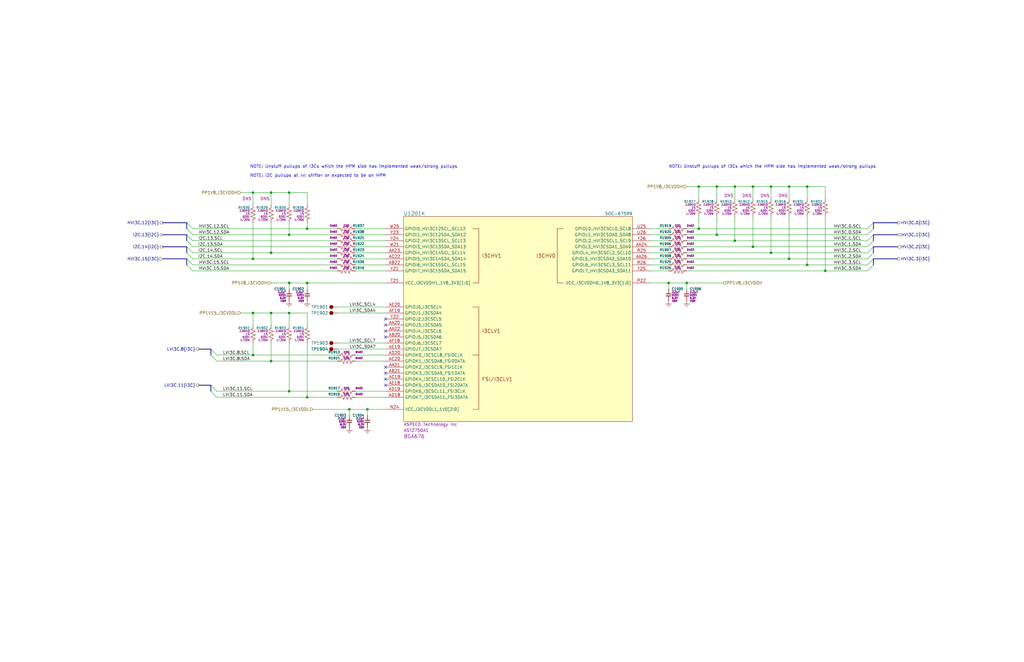
<source format=kicad_sch>
(kicad_sch (version 20231120) (generator "eeschema") (generator_version "8.0")
  (paper "B")
  (title_block (title "${PROJ}") (rev "${REV}") (company "${RPN}") (comment 1 "I3C"))
  (lib_symbols
    (symbol "Capacitors, ceramic, Murata:CCM-722AA" (pin_numbers hide) (pin_names (offset 0) hide)
      (property "Reference" "C" (at 1.27 2.54 0))
      (property "val" "2.2µF" (at 1.27 1.27 0))
      (property "pkg" "0201" (at 1.27 0 0))
      (property "volt" "6.3V" (at 1.27 -1.27 0))
      (property "type" "X5R" (at 1.27 -2.54 0))
      (symbol "CCM-722AA_1_1"
        (pin passive line (at 0 2.54 270) (length 2.032) (name "~") (number "1"))
        (pin passive line (at 0 -2.54 90) (length 2.032) (name "~") (number "2"))
      )
    )
    (symbol "Mechanical:TST-01025" (pin_numbers hide) (pin_names (offset 1.016) hide) (in_bom no)
      (property "Reference" "TP" (at 3.81 0 0))
      (symbol "TST-01025_1_1"
        (pin passive line (at 0 0 0) (length 2.54) (name "~") (number "1"))
      )
    )
    (symbol "Power:GND" (power) (pin_names (offset 0)) (in_bom no) (on_board no)
      (symbol "GND_1_1"
        (pin power_in line (at 0 0 270) (length 0) hide (name "GND") (number "1"))
      )
    )
    (symbol "Resistors:RES-2220B" (pin_numbers hide) (pin_names (offset 0) hide)
      (property "Reference" "R" (at 1.27 2.54 0))
      (property "val" "22Ω" (at 1.27 1.27 0))
      (property "tol" "1%" (at 1.27 0 0))
      (property "pkg" "0402" (at 1.27 -1.27 0))
      (property "pwr" "1/16W" (at 1.27 -2.54 0))
      (symbol "RES-2220B_1_1"
        (pin passive line (at 0 3.81 270) (length 1.27) (name "~") (number "1"))
        (pin passive line (at 0 -3.81 90) (length 1.27) (name "~") (number "2"))
      )
    )
    (symbol "Resistors:RES-4200A" (pin_numbers hide) (pin_names (offset 0) hide)
      (property "Reference" "R" (at 1.27 2.54 0))
      (property "val" "2.00KΩ" (at 1.27 1.27 0))
      (property "tol" "1%" (at 1.27 0 0))
      (property "pkg" "0201" (at 1.27 -1.27 0))
      (property "pwr" "1/20W" (at 1.27 -2.54 0))
      (symbol "RES-4200A_1_1"
        (pin passive line (at 0 3.81 270) (length 1.27) (name "~") (number "1"))
        (pin passive line (at 0 -3.81 90) (length 1.27) (name "~") (number "2"))
      )
    )
    (symbol "SoCs, non-Rivos:SOC-67599"
      (property "Reference" "U" (at -17.78 57.15 0))
      (property "Value" "SOC-67599" (at 17.78 57.15 0))
      (property "mfr" "ASPEED Technology Inc" (at -17.78 -58.42 0))
      (property "mpn" "AST2750A1" (at -17.78 -60.96 0))
      (property "pkg" "BGA676" (at -17.78 -63.5 0))
      (symbol "SOC-67599_1_1"
        (text "PCIe0" (at -8.89 22.86 0) (effects (font (size 1.524 1.524)) (justify left)))
        (text "PCIe1" (at 2.54 22.86 0) (effects (font (size 1.524 1.524)) (justify left)))
        (pin input line (at -27.94 20.32 0) (length 7.62) (name "PE0CK_P") (number "AA10"))
        (pin passive line (at -27.94 -20.32 0) (length 7.62) hide (name "VCC_PEG4_1V8[1:0]") (number "AA7"))
        (pin power_in line (at -27.94 -10.16 0) (length 7.62) (name "VCC_PEG4_0V8[1:0]") (number "AA8"))
        (pin input inverted_clock (at 27.94 17.78 180) (length 7.62) (name "PE1CK_N") (number "AA9"))
        (pin input inverted_clock (at -27.94 17.78 0) (length 7.62) (name "PE0CK_N") (number "AB10"))
        (pin passive line (at -27.94 -10.16 0) (length 7.62) hide (name "VCC_PEG4_0V8[1:0]") (number "AB8"))
        (pin input inverted (at 27.94 2.54 180) (length 7.62) (name "PE1RX_N") (number "AC7"))
        (pin output inverted (at 27.94 10.16 180) (length 7.62) (name "PE1TX_N") (number "AC9"))
        (pin input line (at 27.94 -10.16 180) (length 7.62) (name "PCIEREF") (number "AD11"))
        (pin input line (at 27.94 5.08 180) (length 7.62) (name "PE1RX_P") (number "AD7"))
        (pin output line (at 27.94 12.7 180) (length 7.62) (name "PE1TX_P") (number "AD9"))
        (pin output line (at -27.94 12.7 0) (length 7.62) (name "PE0TX_P") (number "AE10"))
        (pin bidirectional line (at 27.94 -2.54 180) (length 7.62) (name "PCIE1RSTN1v8") (number "AE3"))
        (pin input line (at -27.94 5.08 0) (length 7.62) (name "PE0RX_P") (number "AE8"))
        (pin output inverted (at -27.94 10.16 0) (length 7.62) (name "PE0TX_N") (number "AF10"))
        (pin bidirectional line (at -27.94 -2.54 0) (length 7.62) (name "PCIE0RSTN1v8") (number "AF2"))
        (pin input inverted (at -27.94 2.54 0) (length 7.62) (name "PE0RX_N") (number "AF8"))
        (pin power_in line (at -27.94 -20.32 0) (length 7.62) (name "VCC_PEG4_1V8[1:0]") (number "Y8"))
        (pin input line (at 27.94 20.32 180) (length 7.62) (name "PE1CK_P") (number "Y9"))
      )
      (symbol "SOC-67599_2_1"
        (text "DP HBR" (at 0 11.43 0) (effects (font (size 1.524 1.524))))
        (pin input line (at 27.94 -8.89 180) (length 7.62) (name "DPHPD1v8") (number "AA6"))
        (pin power_in line (at -27.94 -8.89 0) (length 7.62) (name "VCC_DP_VCC12A_1V2") (number "AB5"))
        (pin power_in line (at -27.94 1.27 0) (length 7.62) (name "VCC_DP_VCC18A_1V8") (number "AB6"))
        (pin bidirectional inverted (at -27.94 6.35 0) (length 7.62) (name "DPAUX_N") (number "AC5"))
        (pin bidirectional line (at -27.94 8.89 0) (length 7.62) (name "DPAUX_P") (number "AD5"))
        (pin output inverted (at 27.94 -1.27 180) (length 7.62) (name "DPMLTX1_N") (number "AE5"))
        (pin output inverted (at 27.94 6.35 180) (length 7.62) (name "DPMLTX0_N") (number "AE6"))
        (pin output line (at 27.94 1.27 180) (length 7.62) (name "DPMLTX1_P") (number "AF5"))
        (pin output line (at 27.94 8.89 180) (length 7.62) (name "DPMLTX0_P") (number "AF6"))
      )
      (symbol "SOC-67599_3_1"
        (text "DDR4/DDR5" (at 0 53.34 0) (effects (font (size 1.524 1.524))))
        (pin output line (at 25.4 43.18 180) (length 7.62) (name "DDR5CK_P") (number "AA1"))
        (pin output inverted_clock (at 25.4 40.64 180) (length 7.62) (name "DDR5CK_N") (number "AA2"))
        (pin bidirectional line (at 25.4 -5.08 180) (length 7.62) (name "DDR4CA10") (number "AA4"))
        (pin output inverted_clock (at 25.4 48.26 180) (length 7.62) (name "DDR4CK_N") (number "AB1"))
        (pin output line (at 25.4 50.8 180) (length 7.62) (name "DDR4CK_P") (number "AB2"))
        (pin bidirectional line (at 25.4 35.56 180) (length 7.62) (name "DDR4BA0") (number "AB3"))
        (pin bidirectional line (at 25.4 33.02 180) (length 7.62) (name "DDR4BA1") (number "AC1"))
        (pin output output_low (at 25.4 -22.86 180) (length 7.62) (name "DDR4CASN") (number "AC3"))
        (pin bidirectional line (at 25.4 -12.7 180) (length 7.62) (name "DDR4CA13") (number "AD1"))
        (pin output output_low (at 25.4 -27.94 180) (length 7.62) (name "DDR4RASN") (number "AD2"))
        (pin output output_low (at 25.4 -40.64 180) (length 7.62) (name "DDR4CSN") (number "AD3"))
        (pin output output_low (at 25.4 -25.4 180) (length 7.62) (name "DDR4WEN") (number "AE1"))
        (pin output line (at 25.4 -45.72 180) (length 7.62) (name "DDR_ODT") (number "AE2"))
        (pin bidirectional inverted (at -25.4 33.02 0) (length 7.62) (name "DDRDQS0_N") (number "G1"))
        (pin bidirectional line (at -25.4 35.56 0) (length 7.62) (name "DDRDQS0_P") (number "G2"))
        (pin bidirectional line (at -25.4 22.86 0) (length 7.62) (name "DDRDQ0") (number "G3"))
        (pin bidirectional line (at -25.4 15.24 0) (length 7.62) (name "DDRDQ3") (number "H3"))
        (pin bidirectional line (at -25.4 20.32 0) (length 7.62) (name "DDRDQ1") (number "H4"))
        (pin bidirectional line (at -25.4 7.62 0) (length 7.62) (name "DDRDQ6") (number "J1"))
        (pin output line (at -25.4 27.94 0) (length 7.62) (name "DDRDM0") (number "J2"))
        (pin bidirectional line (at -25.4 12.7 0) (length 7.62) (name "DDRDQ4") (number "J3"))
        (pin bidirectional line (at -25.4 17.78 0) (length 7.62) (name "DDRDQ2") (number "J4"))
        (pin bidirectional line (at -25.4 5.08 0) (length 7.62) (name "DDRDQ7") (number "K2"))
        (pin bidirectional line (at -25.4 10.16 0) (length 7.62) (name "DDRDQ5") (number "K3"))
        (pin bidirectional line (at -25.4 -12.7 0) (length 7.62) (name "DDRDQ8") (number "L3"))
        (pin bidirectional inverted (at -25.4 -2.54 0) (length 7.62) (name "DDRDQS1_N") (number "M1"))
        (pin bidirectional line (at -25.4 0 0) (length 7.62) (name "DDRDQS1_P") (number "M2"))
        (pin bidirectional line (at -25.4 -15.24 0) (length 7.62) (name "DDRDQ9") (number "M3"))
        (pin bidirectional line (at -25.4 -20.32 0) (length 7.62) (name "DDRDQ11") (number "M4"))
        (pin bidirectional line (at -25.4 -25.4 0) (length 7.62) (name "DDRDQ13") (number "N1"))
        (pin bidirectional line (at -25.4 -17.78 0) (length 7.62) (name "DDRDQ10") (number "N2"))
        (pin output line (at -25.4 -7.62 0) (length 7.62) (name "DDRDM1") (number "N3"))
        (pin bidirectional line (at -25.4 -30.48 0) (length 7.62) (name "DDRDQ15") (number "P1"))
        (pin bidirectional line (at -25.4 -27.94 0) (length 7.62) (name "DDRDQ14") (number "P3"))
        (pin bidirectional line (at -25.4 -22.86 0) (length 7.62) (name "DDRDQ12") (number "P4"))
        (pin bidirectional line (at 25.4 -17.78 180) (length 7.62) (name "DDR4CKE_DDR5CSN") (number "R2"))
        (pin output output_low (at 25.4 -38.1 180) (length 7.62) (name "DDR4ACTN_DDR5CA2") (number "R3"))
        (pin bidirectional line (at 25.4 25.4 180) (length 7.62) (name "DDR4BG1_DDR5CA1") (number "R4"))
        (pin bidirectional line (at 25.4 2.54 180) (length 7.62) (name "DDR4CA7_DDR5CA6") (number "T1"))
        (pin bidirectional line (at 25.4 27.94 180) (length 7.62) (name "DDR4BG0_DDR5CA0") (number "T2"))
        (pin open_collector line (at 25.4 -33.02 180) (length 7.62) (name "DDR_ALERTN") (number "T4"))
        (pin bidirectional line (at 25.4 -2.54 180) (length 7.62) (name "DDR4CA9_DDR5CA3") (number "U1"))
        (pin bidirectional line (at 25.4 -10.16 180) (length 7.62) (name "DDR4CA12_DDR5CA4") (number "U2"))
        (pin bidirectional line (at 25.4 -7.62 180) (length 7.62) (name "DDR4CA11_DDR5CA5") (number "U3"))
        (pin bidirectional line (at 25.4 5.08 180) (length 7.62) (name "DDR4CA6_DDR5CA8") (number "U4"))
        (pin bidirectional line (at 25.4 0 180) (length 7.62) (name "DDR4CA8_DDR5CA7") (number "V1"))
        (pin bidirectional line (at 25.4 10.16 180) (length 7.62) (name "DDR4CA4_DDR5CA10") (number "V3"))
        (pin bidirectional line (at 25.4 15.24 180) (length 7.62) (name "DDR4CA2_DDR5CA12") (number "V4"))
        (pin output line (at -25.4 -48.26 0) (length 7.62) (name "DDRATO") (number "V5"))
        (pin bidirectional line (at 25.4 12.7 180) (length 7.62) (name "DDR4CA3_DDR5CA11") (number "W1"))
        (pin bidirectional line (at 25.4 7.62 180) (length 7.62) (name "DDR4CA5_DDR5CA9") (number "W2"))
        (pin bidirectional line (at 25.4 20.32 180) (length 7.62) (name "DDR4CA0") (number "W3"))
        (pin input line (at 25.4 -50.8 180) (length 7.62) (name "DDR_ZN") (number "W4"))
        (pin bidirectional line (at 25.4 17.78 180) (length 7.62) (name "DDR4CA1_DDR5CA13") (number "Y1"))
        (pin output output_low (at 25.4 -35.56 180) (length 7.62) (name "DDRRESETN") (number "Y2"))
        (pin output line (at -25.4 -50.8 0) (length 7.62) (name "DDRDTO") (number "Y3"))
      )
      (symbol "SOC-67599_4_1"
        (text "UFS 2.1" (at 0 13.97 0) (effects (font (size 1.524 1.524))))
        (pin output line (at 27.94 11.43 180) (length 7.62) (name "UFSTX0_P") (number "A2"))
        (pin input line (at 27.94 -8.89 180) (length 7.62) (name "UFSRX1_P") (number "B1"))
        (pin output inverted (at 27.94 8.89 180) (length 7.62) (name "UFSTX0_N") (number "B2"))
        (pin input inverted (at 27.94 -11.43 180) (length 7.62) (name "UFSRX1_N") (number "C1"))
        (pin output line (at 27.94 6.35 180) (length 7.62) (name "UFSTX1_P") (number "C2"))
        (pin input line (at 27.94 -3.81 180) (length 7.62) (name "UFSRX0_P") (number "D1"))
        (pin output inverted (at 27.94 3.81 180) (length 7.62) (name "UFSTX1_N") (number "D2"))
        (pin input inverted (at 27.94 -6.35 180) (length 7.62) (name "UFSRX0_N") (number "E1"))
        (pin output clock (at -27.94 11.43 0) (length 7.62) (name "UFSREFCK1v2") (number "E2"))
        (pin output output_low (at -27.94 6.35 0) (length 7.62) (name "UFSRSTN1v2") (number "F2"))
        (pin power_in line (at -27.94 -11.43 0) (length 7.62) (name "VCC_UFS_0V8") (number "K7"))
        (pin power_in line (at -27.94 -1.27 0) (length 7.62) (name "VCC_UFS_1V8") (number "L8"))
      )
      (symbol "SOC-67599_5_1"
        (text "USB2C supports USB-to-UART\n(access to UART11 and UART12)" (at -5.08 16.51 0) (effects (font (size 1 1)) (justify left)))
        (text "USB3.1 Gen2" (at 0 39.37 0) (effects (font (size 1.524 1.524))))
        (pin output inverted (at -27.94 34.29 0) (length 7.62) (name "USB3ATX_N") (number "A3"))
        (pin bidirectional line (at 27.94 29.21 180) (length 7.62) (name "USB2B_P") (number "A4"))
        (pin input inverted (at -27.94 11.43 0) (length 7.62) (name "USB3BRX_N") (number "A5"))
        (pin output line (at -27.94 36.83 0) (length 7.62) (name "USB3ATX_P") (number "B3"))
        (pin bidirectional inverted (at 27.94 26.67 180) (length 7.62) (name "USB2B_N") (number "B4"))
        (pin input line (at -27.94 13.97 0) (length 7.62) (name "USB3BRX_P") (number "B5"))
        (pin bidirectional line (at 27.94 36.83 180) (length 7.62) (name "USB2A_P") (number "C3"))
        (pin input line (at -27.94 29.21 0) (length 7.62) (name "USB3ARX_P") (number "C5"))
        (pin bidirectional inverted (at 27.94 34.29 180) (length 7.62) (name "USB2A_N") (number "D3"))
        (pin input inverted (at -27.94 26.67 0) (length 7.62) (name "USB3ARX_N") (number "D5"))
        (pin input line (at 27.94 -31.75 180) (length 7.62) (name "USB2ATXRTUNE") (number "E3"))
        (pin input line (at -27.94 -31.75 0) (length 7.62) (name "USB3RESREF") (number "E4"))
        (pin output line (at -27.94 21.59 0) (length 7.62) (name "USB3BTX_P") (number "E6"))
        (pin input line (at 27.94 -36.83 180) (length 7.62) (name "USB2BTXRTUNE") (number "F5"))
        (pin output inverted (at -27.94 19.05 0) (length 7.62) (name "USB3BTX_N") (number "F6"))
        (pin power_in line (at 27.94 3.81 180) (length 7.62) (name "VCCA_USB2C_3V3") (number "G15"))
        (pin input clock (at -27.94 6.35 0) (length 7.62) (name "USB25CK_P") (number "G6"))
        (pin bidirectional line (at 27.94 21.59 180) (length 7.62) (name "USB2C_P") (number "H15"))
        (pin input inverted_clock (at -27.94 3.81 0) (length 7.62) (name "USB25CK_N") (number "H6"))
        (pin bidirectional inverted (at 27.94 19.05 180) (length 7.62) (name "USB2C_N") (number "J15"))
        (pin power_in line (at 27.94 6.35 180) (length 7.62) (name "VCC_USB2_3V3") (number "J7"))
        (pin power_in line (at -27.94 -8.89 0) (length 7.62) (name "VCC_USB3_1V8[1:0]") (number "K10"))
        (pin power_in line (at 27.94 -19.05 180) (length 7.62) (name "VCC_USB2_0V8") (number "K11"))
        (pin power_in line (at 27.94 1.27 180) (length 7.62) (name "VCCA_USB2D_3V3") (number "K14"))
        (pin bidirectional line (at 27.94 13.97 180) (length 7.62) (name "USB2D_P") (number "K15"))
        (pin power_in line (at -27.94 -19.05 0) (length 7.62) (name "VCC_USB3_0V8[1:0]") (number "K9"))
        (pin passive line (at -27.94 -8.89 0) (length 7.62) hide (name "VCC_USB3_1V8[1:0]") (number "L10"))
        (pin power_in line (at 27.94 -8.89 180) (length 7.62) (name "VCC_USB2_1V8") (number "L11"))
        (pin bidirectional inverted (at 27.94 11.43 180) (length 7.62) (name "USB2D_N") (number "L15"))
        (pin passive line (at -27.94 -19.05 0) (length 7.62) hide (name "VCC_USB3_0V8[1:0]") (number "L9"))
      )
      (symbol "SOC-67599_6_1"
        (text "eMMC" (at -5.08 36.83 0) (effects (font (size 1.524 1.524))))
        (text "JTAG0 (M/S)" (at 7.62 29.21 0) (effects (font (size 1.524 1.524)) (justify left)))
        (text "JTAG1 (M)" (at 1.27 12.7 0) (effects (font (size 1.524 1.524)) (justify left)))
        (text "LTPI1 Rx" (at 10.16 -24.13 0) (effects (font (size 1.524 1.524)) (justify left)))
        (text "LTPI1 Tx" (at 10.16 -8.89 0) (effects (font (size 1.524 1.524)) (justify left)))
        (text "LTPI2 Rx" (at -10.16 -24.13 0) (effects (font (size 1.524 1.524)) (justify right)))
        (text "LTPI2 Tx" (at -10.16 -8.89 0) (effects (font (size 1.524 1.524)) (justify right)))
        (pin input line (at 45.72 29.21 180) (length 7.62) (name "TMS01v8") (number "AA5"))
        (pin bidirectional line (at -45.72 21.59 0) (length 7.62) (name "EMMCDAT3_GPIO18A5") (number "AB13"))
        (pin input input_low (at -45.72 1.27 0) (length 7.62) (name "EMMCCDN_VB0CSN_GPIO18A6") (number "AB14"))
        (pin bidirectional line (at -45.72 13.97 0) (length 7.62) (name "EMMCDAT5_VB0MISO_GPIO18B1_UFSCLKI") (number "AC13"))
        (pin output clock (at -45.72 34.29 0) (length 7.62) (name "EMMCCLK_VB1CSN_GPIO18A0") (number "AC14"))
        (pin input inverted (at 45.72 -29.21 180) (length 7.62) (name "LTPI1RX_N") (number "AC21"))
        (pin output line (at 45.72 -11.43 180) (length 7.62) (name "LTPI1TX_P") (number "AC23"))
        (pin bidirectional line (at -45.72 11.43 0) (length 7.62) (name "EMMCDAT6_DDCCLK_GPIO18B2") (number "AD13"))
        (pin bidirectional line (at -45.72 29.21 0) (length 7.62) (name "EMMCDAT0_VB1MOSI_GPIO18A2") (number "AD14"))
        (pin input line (at 45.72 -26.67 180) (length 7.62) (name "LTPI1RX_P") (number "AD21"))
        (pin output inverted (at 45.72 -13.97 180) (length 7.62) (name "LTPI1TX_N") (number "AD23"))
        (pin input input_low (at 45.72 34.29 180) (length 7.62) (name "NTRST01v8") (number "AD4"))
        (pin bidirectional line (at -45.72 8.89 0) (length 7.62) (name "EMMCDAT7_DDCDAT_GPIO18B3") (number "AE13"))
        (pin bidirectional line (at -45.72 26.67 0) (length 7.62) (name "EMMCDAT1_VB1MISO_GPIO18A3") (number "AE14"))
        (pin bidirectional line (at -45.72 3.81 0) (length 7.62) (name "EMMCCMD_VB1CK_GPIO18A1") (number "AE15"))
        (pin input inverted_clock (at 45.72 -21.59 180) (length 7.62) (name "LTPI1RXCK_N") (number "AE22"))
        (pin output inverted (at 45.72 -6.35 180) (length 7.62) (name "LTPI1TXCK_N") (number "AE24"))
        (pin input line (at 45.72 24.13 180) (length 7.62) (name "TDI01v8") (number "AE4"))
        (pin bidirectional line (at -45.72 16.51 0) (length 7.62) (name "EMMCDAT4_VB0MOSI_GPIO18B0") (number "AF13"))
        (pin bidirectional line (at -45.72 24.13 0) (length 7.62) (name "EMMCDAT2_GPIO18A4") (number "AF14"))
        (pin input clock (at 45.72 -19.05 180) (length 7.62) (name "LTPI1RXCK_P") (number "AF22"))
        (pin output line (at 45.72 -3.81 180) (length 7.62) (name "LTPI1TXCK_P") (number "AF24"))
        (pin input clock (at 45.72 31.75 180) (length 7.62) (name "TCK01v8") (number "AF3"))
        (pin output line (at 45.72 26.67 180) (length 7.62) (name "TDO01v8") (number "AF4"))
        (pin output output_low (at 45.72 19.05 180) (length 7.62) (name "GPIOQ2_MNTRST13v3") (number "D12"))
        (pin output line (at 45.72 13.97 180) (length 7.62) (name "GPIOQ4_MTMS13v3") (number "E11"))
        (pin output line (at 45.72 16.51 180) (length 7.62) (name "GPIOQ3_MTCK13v3") (number "F10"))
        (pin output line (at 45.72 11.43 180) (length 7.62) (name "GPIOQ5_MTDI13v3") (number "F11"))
        (pin input line (at 45.72 8.89 180) (length 7.62) (name "GPIOQ6_MTDO13v3") (number "F13"))
        (pin power_in line (at 45.72 3.81 180) (length 7.62) (name "VCC_BMC_3V3[3:0]") (number "G13"))
        (pin power_in line (at -45.72 -34.29 0) (length 7.62) (name "VCC_LTPIIO2_1V8[1:0]") (number "P19"))
        (pin power_in line (at 45.72 -34.29 180) (length 7.62) (name "VCC_LTPIIO_1V8[1:0]") (number "P20"))
        (pin passive line (at 45.72 -34.29 180) (length 7.62) hide (name "VCC_LTPIIO_1V8[1:0]") (number "P21"))
        (pin passive line (at -45.72 -34.29 0) (length 7.62) hide (name "VCC_LTPIIO2_1V8[1:0]") (number "R20"))
        (pin output inverted (at -45.72 -6.35 0) (length 7.62) (name "LTPI2TXCK_N") (number "T25"))
        (pin output line (at -45.72 -3.81 0) (length 7.62) (name "LTPI2TXCK_P") (number "T26"))
        (pin output inverted (at -45.72 -13.97 0) (length 7.62) (name "LTPI2TX_N") (number "U23"))
        (pin output line (at -45.72 -11.43 0) (length 7.62) (name "LTPI2TX_P") (number "U24"))
        (pin input inverted_clock (at -45.72 -21.59 0) (length 7.62) (name "LTPI2RXCK_N") (number "V25"))
        (pin input clock (at -45.72 -19.05 0) (length 7.62) (name "LTPI2RXCK_P") (number "V26"))
        (pin input inverted (at -45.72 -29.21 0) (length 7.62) (name "LTPI2RX_N") (number "W23"))
        (pin input line (at -45.72 -26.67 0) (length 7.62) (name "LTPI2RX_P") (number "W24"))
      )
      (symbol "SOC-67599_7_1"
        (text "eSPI0/1" (at 0 13.97 0) (effects (font (size 1.524 1.524))))
        (pin input input_low (at -58.42 3.81 0) (length 7.62) (name "ESPI0CSN_L0FRAMEN_GPIOM5") (number "B13"))
        (pin bidirectional line (at -58.42 -6.35 0) (length 7.62) (name "ESPI0D3_L0AD3_GPIOM3") (number "B14"))
        (pin bidirectional line (at -58.42 -3.81 0) (length 7.62) (name "ESPI0D2_L0AD2_GPIOM2") (number "B15"))
        (pin bidirectional line (at -58.42 1.27 0) (length 7.62) (name "ESPI0D0_L0AD0_GPIOM0") (number "B16"))
        (pin open_collector line (at 58.42 6.35 180) (length 7.62) (name "ESPI1ALTN_L1SIRQN_SD0CMD_GPIOA2_SDA3_VPIVS") (number "C11"))
        (pin bidirectional line (at 58.42 -3.81 180) (length 7.62) (name "ESPI1D2_L1AD2_SD0DAT2_GPIOA6_SDA2") (number "C12"))
        (pin bidirectional line (at 58.42 -6.35 180) (length 7.62) (name "ESPI1D3_L1AD3_SD0DAT3_GPIOA7_SCL3") (number "C13"))
        (pin input input_low (at 58.42 8.89 180) (length 7.62) (name "ESPI1RSTN_LPC1RSTN_SD0CDN_GPIOA1_SCL1_VPIHS") (number "C14"))
        (pin input input_low (at -58.42 8.89 0) (length 7.62) (name "ESPI0RSTN_LPC0RSTN_GPIOM7") (number "C15"))
        (pin input clock (at 58.42 11.43 180) (length 7.62) (name "ESPI1CK_L1CLK_SD0CLK_GPIOA0_SCL0_VPICLK") (number "C16"))
        (pin input clock (at -58.42 11.43 0) (length 7.62) (name "ESPI0CK_L0CLK_OSCCLK_GPIOM4") (number "C17"))
        (pin bidirectional line (at 58.42 -1.27 180) (length 7.62) (name "ESPI1D1_L1AD1_SD0DAT1_GPIOA5_SCL2_VPIR1") (number "D10"))
        (pin bidirectional line (at -58.42 -1.27 0) (length 7.62) (name "ESPI0D1_L0AD1_GPIOM1") (number "D14"))
        (pin input input_low (at 58.42 3.81 180) (length 7.62) (name "ESPI1CSN_L1FRAMEN_SD0WPN_GPIOA3_SDA0_VPIDE") (number "D9"))
        (pin open_collector line (at -58.42 6.35 0) (length 7.62) (name "ESPI0ALTN_L0SIRQN_GPIOM6") (number "E14"))
        (pin bidirectional line (at 58.42 1.27 180) (length 7.62) (name "ESPI1D0_L1AD0_SD0DAT0_GPIOA4_SDA1_VPIR0") (number "F14"))
        (pin power_in line (at 58.42 -11.43 180) (length 7.62) (name "VCC_ESPI1_1V8_3V3") (number "G17"))
        (pin power_in line (at -58.42 -11.43 0) (length 7.62) (name "VCC_ESPI0_1V8_3V3") (number "G18"))
      )
      (symbol "SOC-67599_8_1"
        (text "AST27x0A1: BOOT_FROM_UART strap at pin W16\n0: Disable (int. pulldown)\n1: Enable (ext. pullup required)" (at -29.21 -17.78 0) (effects (font (size 1 1)) (justify left)))
        (text "AST27x0A1: HeartBeat LED function strap at pin AC16\n0: Enable (int. pulldown)\n1: Disable (ext. pullup required)" (at -36.83 12.7 0) (effects (font (size 1 1)) (justify left)))
        (text "AST27x0A1: LTPI CRC mode sel. strap at pin AA14\n0: CRC option 1 (int. pulldown)\n1: CRC option 2" (at -29.21 -11.43 0) (effects (font (size 1 1)) (justify left)))
        (text "Debug / Boot from UART" (at -6.35 -26.67 0) (effects (font (size 1.524 1.524)) (justify left)))
        (text "UART / GPIO" (at -1.27 33.02 0) (effects (font (size 1.524 1.524))))
        (pin bidirectional line (at -52.07 -7.62 0) (length 7.62) (name "GPIOF5_NRTS1") (number "AA14"))
        (pin bidirectional line (at -52.07 5.08 0) (length 7.62) (name "GPIOF0_NCTS1_SIOONCTRLN1_HPM1GPO0") (number "AA15"))
        (pin bidirectional line (at -52.07 27.94 0) (length 7.62) (name "GPIOE1_NDCD0_SIOPBIN1") (number "AA16"))
        (pin bidirectional line (at 52.07 20.32 180) (length 7.62) (name "GPIOG3_RXD3_WDTRST1N_PWM9_SDA12_SM1CLKI") (number "AA17"))
        (pin bidirectional line (at -52.07 2.54 0) (length 7.62) (name "GPIOF1_NDCD1_SIOPWRGD1_HPM1GPO1") (number "AB15"))
        (pin bidirectional line (at -52.07 17.78 0) (length 7.62) (name "GPIOE5_NRTS0_SIOPWREQN1") (number "AB16"))
        (pin output line (at 52.07 7.62 180) (length 7.62) (name "TXD5_GPIOG4_WDTRST2N_PWM10_SCL13_SM1MOSII") (number "AB17"))
        (pin bidirectional line (at 52.07 30.48 180) (length 7.62) (name "GPIOG0_TXD2") (number "AB18"))
        (pin bidirectional line (at -52.07 0 0) (length 7.62) (name "GPIOF2_NDSR1_SALT2") (number "AC15"))
        (pin output line (at -52.07 15.24 0) (length 7.62) (name "TXD0") (number "AC16"))
        (pin bidirectional line (at 52.07 0 180) (length 7.62) (name "GPIOG6_TXD6_PWM12_SALT0_SCL14_SM1IO2I") (number "AC17"))
        (pin bidirectional line (at 52.07 27.94 180) (length 7.62) (name "GPIOG1_RXD2_SCL12") (number "AC18"))
        (pin output line (at 52.07 15.24 180) (length 7.62) (name "TXD41v8") (number "AD12"))
        (pin bidirectional line (at -52.07 -2.54 0) (length 7.62) (name "GPIOF3_NRI1_SALT3") (number "AD15"))
        (pin input line (at 52.07 5.08 180) (length 7.62) (name "RXD5_GPIOG5_WDTRST3N_PWM11_SDA13_SM1MISOI") (number "AD16"))
        (pin bidirectional line (at 52.07 -2.54 180) (length 7.62) (name "GPIOG7_RXD6_PWM13_SALT1_SDA14_SM1IO3I") (number "AD17"))
        (pin input line (at 52.07 12.7 180) (length 7.62) (name "RXD41v8") (number "AE12"))
        (pin bidirectional line (at 52.07 -5.08 180) (length 7.62) (name "GPIOH0_TXD7_PWM14_SCL15_SM1CS0NO") (number "AE16"))
        (pin bidirectional line (at 52.07 -7.62 180) (length 7.62) (name "GPIOH1_RXD7_PWM15_SDA15_SM1MUXSEL") (number "AE17"))
        (pin input line (at -52.07 12.7 0) (length 7.62) (name "RXD0") (number "AF16"))
        (pin bidirectional line (at -52.07 30.48 0) (length 7.62) (name "GPIOE0_NCTS0_SIOPBON1") (number "AF17"))
        (pin output line (at 52.07 -22.86 180) (length 7.62) (name "BMCUART_TXD12") (number "D11"))
        (pin input line (at 52.07 -25.4 180) (length 7.62) (name "BMCUART_RXD12") (number "D13"))
        (pin power_in line (at 52.07 -30.48 180) (length 7.62) (name "VCC_BMC_3V3[3:0]") (number "G14"))
        (pin power_in line (at 52.07 -12.7 180) (length 7.62) (name "VCC_PG2_1V8_3V3[1:0]") (number "H16"))
        (pin bidirectional line (at -52.07 20.32 0) (length 7.62) (name "GPIOE4_NDTR0_SIOS5N1") (number "J13"))
        (pin passive line (at 52.07 -12.7 180) (length 7.62) hide (name "VCC_PG2_1V8_3V3[1:0]") (number "J16"))
        (pin bidirectional line (at 52.07 22.86 180) (length 7.62) (name "GPIOG2_TXD3_WDTRST0N_PWM8_SM1CS0NI") (number "K13"))
        (pin power_in line (at -52.07 -22.86 0) (length 7.62) (name "VCC_SYSUART_1V8_3V3[1:0]") (number "K16"))
        (pin passive line (at -52.07 -22.86 0) (length 7.62) hide (name "VCC_SYSUART_1V8_3V3[1:0]") (number "L16"))
        (pin bidirectional line (at -52.07 -12.7 0) (length 7.62) (name "GPIOF7_RXD1") (number "V16"))
        (pin bidirectional line (at -52.07 22.86 0) (length 7.62) (name "GPIOE3_NRI0_SIOS3N1") (number "V17"))
        (pin bidirectional line (at -52.07 -10.16 0) (length 7.62) (name "GPIOF6_TXD1") (number "W16"))
        (pin bidirectional line (at -52.07 -5.08 0) (length 7.62) (name "GPIOF4_NDTR1_HPM1GPO2") (number "Y15"))
        (pin bidirectional line (at -52.07 25.4 0) (length 7.62) (name "GPIOE2_NDSR0_SIOSCIN1") (number "Y16"))
      )
      (symbol "SOC-67599_9_1"
        (text "MISC" (at 0 11.43 0) (effects (font (size 1.524 1.524))))
        (text "PECI" (at -1.27 -3.81 0) (effects (font (size 1.524 1.524)) (justify left)))
        (pin input input_low (at -33.02 3.81 0) (length 7.62) (name "SRSTN1v8") (number "AB11"))
        (pin input input_low (at -33.02 1.27 0) (length 7.62) (name "EXTRSTN1v8") (number "AB12"))
        (pin output output_low (at -33.02 -6.35 0) (length 7.62) (name "RSTIND1v8") (number "AB4"))
        (pin input line (at 33.02 8.89 180) (length 7.62) (name "ENTEST1v8") (number "AC11"))
        (pin input clock (at -33.02 8.89 0) (length 7.62) (name "CLKIN1v8") (number "AC12"))
        (pin bidirectional line (at 33.02 -1.27 180) (length 7.62) (name "PECI") (number "AD24"))
        (pin input input_low (at -33.02 -1.27 0) (length 7.62) (name "SSPRSTN1v8") (number "AF12"))
        (pin input input_low (at -33.02 -8.89 0) (length 7.62) (name "TSTRSTN") (number "AF15"))
        (pin power_in line (at 33.02 -6.35 180) (length 7.62) (name "VCC_PECIVDD_1V0") (number "L23"))
        (pin input input_low (at 33.02 3.81 180) (length 7.62) (name "CHASIN") (number "V15"))
      )
      (symbol "SOC-67599_10_1"
        (text "GPIO / TACH / PWM" (at 0 22.86 0) (effects (font (size 1.524 1.524))))
        (text "SCMGPO[11:0] will drive output 0 during power on until uboot \nconfiguration, make sure no harm to the peripherals connected." (at -49.53 -19.05 0) (effects (font (size 1 1)) (justify left)))
        (pin bidirectional line (at -58.42 17.78 0) (length 7.62) (name "GPIOB1_TACH1_THRUOUT0_SCMGPO1_VPIR3") (number "AA25"))
        (pin bidirectional line (at -58.42 15.24 0) (length 7.62) (name "GPIOB2_TACH2_THRUIN1_SCMGPO2_VPIR4") (number "AB23"))
        (pin bidirectional line (at 58.42 20.32 180) (length 7.62) (name "GPIOC2_TACH10_SALT12_NCTS6_SCMGPO10_VPIG4") (number "AB26"))
        (pin bidirectional line (at -58.42 20.32 0) (length 7.62) (name "GPIOB0_TACH0_THRUIN0_SCMGPO0_VPIR2") (number "AC26"))
        (pin bidirectional line (at 58.42 -15.24 180) (length 7.62) (name "GPIOD7_PWM7_SIOPWRGD0_SM0MUXSEL_HPM0GPO3") (number "AD22"))
        (pin bidirectional line (at 58.42 0 180) (length 7.62) (name "GPIOD1_PWM1_SIOPBIN0_SM0CLKI_HPM0GPI1_VPIB3") (number "AD25"))
        (pin bidirectional line (at 58.42 17.78 180) (length 7.62) (name "GPIOC3_TACH11_SALT13_NDCD6_SCMGPO11_VPIG5") (number "AD26"))
        (pin bidirectional line (at 58.42 -10.16 180) (length 7.62) (name "GPIOD5_PWM5_SIOPWREQN0_SM0IO3I_HPM0GPO1_VPIB7") (number "AE21"))
        (pin bidirectional line (at 58.42 -12.7 180) (length 7.62) (name "GPIOD6_PWM6_SIOONCTRLN0_SM0CS0NO_HPM0GPO2") (number "AE23"))
        (pin bidirectional line (at 58.42 2.54 180) (length 7.62) (name "GPIOD0_PWM0_SIOPBON0_SM0CS0NI_HPM0GPI0_VPIB2") (number "AE25"))
        (pin bidirectional line (at 58.42 12.7 180) (length 7.62) (name "GPIOC5_TACH13_SALT15_NRI6_SCMGPI1_VPIG7") (number "AE26"))
        (pin bidirectional line (at 58.42 -5.08 180) (length 7.62) (name "GPIOD3_PWM3_SIOS3N0_SM0MISOI_HPM0GPI3_VPIB5") (number "AF20"))
        (pin bidirectional line (at 58.42 -7.62 180) (length 7.62) (name "GPIOD4_PWM4_SIOS5N0_SM0IO2I_HPM0GPO0_VPIB6") (number "AF21"))
        (pin bidirectional line (at 58.42 -2.54 180) (length 7.62) (name "GPIOD2_PWM2_SIOSCIN0_SM0MOSII_HPM0GPI2_VPIB4") (number "AF23"))
        (pin bidirectional line (at 58.42 7.62 180) (length 7.62) (name "GPIOC7_TACH15_NRTS6_SM0CS0NI_SCMGPI3_VPIB1") (number "AF25"))
        (pin bidirectional line (at 58.42 10.16 180) (length 7.62) (name "GPIOC6_TACH14_NDTR6_SCMGPI2_VPIB0") (number "AF26"))
        (pin power_in line (at 58.42 -20.32 180) (length 7.62) (name "VCC_PG1_1V8_3V3[1:0]") (number "L25"))
        (pin power_in line (at -58.42 -7.62 0) (length 7.62) (name "VCC_PG0_1V8_3V3") (number "M24"))
        (pin passive line (at 58.42 -20.32 180) (length 7.62) hide (name "VCC_PG1_1V8_3V3[1:0]") (number "M25"))
        (pin bidirectional line (at -58.42 2.54 0) (length 7.62) (name "GPIOB7_TACH7_NRI5_SCMGPO7_VPIG1") (number "N25"))
        (pin bidirectional line (at -58.42 7.62 0) (length 7.62) (name "GPIOB5_TACH5_NDCD5_SCMGPO5_VPIR7") (number "N26"))
        (pin bidirectional line (at -58.42 5.08 0) (length 7.62) (name "GPIOB6_TACH6_NDSR5_SCMGPO6_VPIG0") (number "P25"))
        (pin bidirectional line (at 58.42 15.24 180) (length 7.62) (name "GPIOC4_TACH12_SALT14_NDSR6_SCMGPI0_VPIG6") (number "P26"))
        (pin bidirectional line (at -58.42 12.7 0) (length 7.62) (name "GPIOB3_TACH3_THRUOUT1_SCMGPO3_VPIR5") (number "U22"))
        (pin bidirectional line (at -58.42 10.16 0) (length 7.62) (name "GPIOB4_TACH4_NCTS5_SCMGPO4_VPIR6") (number "V21"))
        (pin bidirectional line (at -58.42 0 0) (length 7.62) (name "GPIOC0_TACH8_NDTR5_SCMGPO8_VPIG2") (number "V23"))
        (pin bidirectional line (at -58.42 -2.54 0) (length 7.62) (name "GPIOC1_TACH9_NRTS5_SCMGPO9_VPIG3") (number "W22"))
      )
      (symbol "SOC-67599_11_1"
        (text "FSI/I3CLV1" (at -15.24 -25.4 0) (effects (font (size 1.524 1.524)) (justify left)))
        (text "I3CHV0" (at 7.62 26.67 0) (effects (font (size 1.524 1.524)) (justify left)))
        (text "I3CHV1" (at -15.24 26.67 0) (effects (font (size 1.524 1.524)) (justify left)))
        (text "I3CLV1" (at -15.24 -5.08 0) (effects (font (size 1.524 1.524)) (justify left)))
        (pin bidirectional line (at -55.88 -2.54 0) (length 7.62) (name "GPIOJ3_I3CSDA5") (number "AA20"))
        (pin bidirectional line (at -55.88 -20.32 0) (length 7.62) (name "GPIOK2_I3CSCL9_FSI1CLK") (number "AA21"))
        (pin bidirectional line (at -55.88 -5.08 0) (length 7.62) (name "GPIOJ4_I3CSCL6") (number "AA22"))
        (pin bidirectional line (at -55.88 27.94 0) (length 7.62) (name "GPIOI4_HVI3C14SCL_SCL14") (number "AA23"))
        (pin bidirectional line (at 55.88 30.48 180) (length 7.62) (name "GPIOL3_HVI3CSDA1_SDA9") (number "AA24"))
        (pin bidirectional line (at 55.88 25.4 180) (length 7.62) (name "GPIOL5_HVI3CSDA2_SDA10") (number "AA26"))
        (pin bidirectional line (at -55.88 -7.62 0) (length 7.62) (name "GPIOJ5_I3CSDA6") (number "AB20"))
        (pin bidirectional line (at -55.88 -22.86 0) (length 7.62) (name "GPIOK3_I3CSDA9_FSI1DATA") (number "AB21"))
        (pin bidirectional line (at -55.88 22.86 0) (length 7.62) (name "GPIOI6_HVI3C15SCL_SCL15") (number "AB22"))
        (pin bidirectional line (at -55.88 -25.4 0) (length 7.62) (name "GPIOK4_I3CSCL10_FSI2CLK") (number "AC19"))
        (pin bidirectional line (at -55.88 -17.78 0) (length 7.62) (name "GPIOK1_I3CSDA8_FSI0DATA") (number "AC20"))
        (pin bidirectional line (at -55.88 25.4 0) (length 7.62) (name "GPIOI5_HVI3C14SDA_SDA14") (number "AC22"))
        (pin bidirectional line (at -55.88 -33.02 0) (length 7.62) (name "GPIOK7_I3CSDA11_FSI3DATA") (number "AD18"))
        (pin bidirectional line (at -55.88 -30.48 0) (length 7.62) (name "GPIOK6_I3CSCL11_FSI3CLK") (number "AD19"))
        (pin bidirectional line (at -55.88 -15.24 0) (length 7.62) (name "GPIOK0_I3CSCL8_FSI0CLK") (number "AD20"))
        (pin bidirectional line (at -55.88 -27.94 0) (length 7.62) (name "GPIOK5_I3CSDA10_FSI2DATA") (number "AE18"))
        (pin bidirectional line (at -55.88 -12.7 0) (length 7.62) (name "GPIOJ7_I3CSDA7") (number "AE19"))
        (pin bidirectional line (at -55.88 5.08 0) (length 7.62) (name "GPIOJ0_I3CSCL4") (number "AE20"))
        (pin bidirectional line (at -55.88 -10.16 0) (length 7.62) (name "GPIOJ6_I3CSCL7") (number "AF18"))
        (pin bidirectional line (at -55.88 2.54 0) (length 7.62) (name "GPIOJ1_I3CSDA4") (number "AF19"))
        (pin power_in line (at -55.88 -38.1 0) (length 7.62) (name "VCC_I3CVDDL1_1V0[2:0]") (number "N24"))
        (pin power_in line (at 55.88 15.24 180) (length 7.62) (name "VCC_I3CVDDH0_1V8_3V3[1:0]") (number "P22"))
        (pin passive line (at 55.88 15.24 180) (length 7.62) hide (name "VCC_I3CVDDH0_1V8_3V3[1:0]") (number "P23"))
        (pin passive line (at -55.88 -38.1 0) (length 7.62) hide (name "VCC_I3CVDDL1_1V0[2:0]") (number "P24"))
        (pin passive line (at -55.88 -38.1 0) (length 7.62) hide (name "VCC_I3CVDDL1_1V0[2:0]") (number "R24"))
        (pin bidirectional line (at 55.88 27.94 180) (length 7.62) (name "GPIOL4_HVI3CSCL2_SCL10") (number "R25"))
        (pin bidirectional line (at 55.88 22.86 180) (length 7.62) (name "GPIOL6_HVI3CSCL3_SCL11") (number "R26"))
        (pin power_in line (at -55.88 15.24 0) (length 7.62) (name "VCC_I3CVDDH1_1V8_3V3[1:0]") (number "T21"))
        (pin passive line (at -55.88 15.24 0) (length 7.62) hide (name "VCC_I3CVDDH1_1V8_3V3[1:0]") (number "T22"))
        (pin bidirectional line (at 55.88 38.1 180) (length 7.62) (name "GPIOL0_HVI3CSCL0_SCL8") (number "U25"))
        (pin bidirectional line (at 55.88 35.56 180) (length 7.62) (name "GPIOL1_HVI3CSDA0_SDA8") (number "U26"))
        (pin bidirectional line (at -55.88 30.48 0) (length 7.62) (name "GPIOI3_HVI3C13SDA_SDA13") (number "W21"))
        (pin bidirectional line (at -55.88 38.1 0) (length 7.62) (name "GPIOI0_HVI3C12SCL_SCL12") (number "W25"))
        (pin bidirectional line (at -55.88 20.32 0) (length 7.62) (name "GPIOI7_HVI3C15SDA_SDA15") (number "Y21"))
        (pin bidirectional line (at -55.88 0 0) (length 7.62) (name "GPIOJ2_I3CSCL5") (number "Y22"))
        (pin bidirectional line (at -55.88 35.56 0) (length 7.62) (name "GPIOI1_HVI3C12SDA_SDA12") (number "Y23"))
        (pin bidirectional line (at -55.88 33.02 0) (length 7.62) (name "GPIOI2_HVI3C13SCL_SCL13") (number "Y24"))
        (pin bidirectional line (at 55.88 20.32 180) (length 7.62) (name "GPIOL7_HVI3CSDA3_SDA11") (number "Y25"))
        (pin bidirectional line (at 55.88 33.02 180) (length 7.62) (name "GPIOL2_HVI3CSCL1_SCL9") (number "Y26"))
      )
      (symbol "SOC-67599_12_1"
        (text "FWSPI" (at -17.78 34.29 0) (effects (font (size 1.524 1.524))))
        (text "SPI0 - SOC0" (at -15.24 -3.81 0) (effects (font (size 1.524 1.524))))
        (text "SPI1 - SOC1" (at 11.43 34.29 0) (effects (font (size 1.524 1.524))))
        (text "SPI2 - HPM FPGA" (at 2.54 -26.67 0) (effects (font (size 1.524 1.524))))
        (pin output output_low (at -48.26 8.89 0) (length 7.62) (name "FWSPICS2N") (number "A12"))
        (pin output output_low (at -48.26 11.43 0) (length 7.62) (name "FWSPICS1N") (number "A13"))
        (pin input line (at -48.26 16.51 0) (length 7.62) (name "GPIOP7_FWSPIABR") (number "A14"))
        (pin bidirectional line (at -48.26 19.05 0) (length 7.62) (name "FWSPIDQ3_GPIOU7") (number "A15"))
        (pin input line (at -48.26 24.13 0) (length 7.62) (name "FWSPIMISO") (number "A16"))
        (pin output line (at -48.26 26.67 0) (length 7.62) (name "FWSPIMOSI") (number "A17"))
        (pin input line (at 48.26 11.43 180) (length 7.62) (name "GPIOO7_SPI1WPN_THRUOUT2") (number "A18"))
        (pin input line (at 48.26 13.97 180) (length 7.62) (name "GPIOO6_SPI1ABR_THRUIN2") (number "A19"))
        (pin output output_low (at 48.26 16.51 180) (length 7.62) (name "SPI1CS0") (number "A20"))
        (pin bidirectional line (at 48.26 19.05 180) (length 7.62) (name "GPIOO5_SPI1CS1_RXD11") (number "A21"))
        (pin bidirectional line (at 48.26 -11.43 180) (length 7.62) (name "GPIOP3_SPI2MISO") (number "A22"))
        (pin bidirectional line (at 48.26 -8.89 180) (length 7.62) (name "GPIOP2_SPI2MOSI") (number "A23"))
        (pin bidirectional line (at 48.26 26.67 180) (length 7.62) (name "SPI1MISO_TXD10") (number "A24"))
        (pin bidirectional line (at 48.26 29.21 180) (length 7.62) (name "SPI1MOSI_RXD9") (number "A25"))
        (pin bidirectional line (at 48.26 -19.05 180) (length 7.62) (name "GPIOP6_SPI2CS1N_HPM1GPO3") (number "A26"))
        (pin bidirectional line (at -48.26 -16.51 0) (length 7.62) (name "GPION4_SPI0DQ3") (number "B18"))
        (pin input line (at -48.26 -26.67 0) (length 7.62) (name "GPION7_SPI0WPN_RXD8") (number "B19"))
        (pin output output_low (at -48.26 -21.59 0) (length 7.62) (name "SPI0CS0_SPI0CS0") (number "B20"))
        (pin bidirectional line (at -48.26 -19.05 0) (length 7.62) (name "GPION5_SPI0CS1") (number "B21"))
        (pin bidirectional line (at -48.26 -11.43 0) (length 7.62) (name "SPI0MISO_GPION2") (number "B22"))
        (pin bidirectional line (at -48.26 -8.89 0) (length 7.62) (name "SPI0MOSI_GPION1") (number "B23"))
        (pin bidirectional line (at 48.26 24.13 180) (length 7.62) (name "GPIOO3_SPI1DQ2_RXD10") (number "B24"))
        (pin bidirectional line (at 48.26 -13.97 180) (length 7.62) (name "GPIOP4_SPI2DQ2_THRUIN3") (number "B25"))
        (pin output clock (at 48.26 31.75 180) (length 7.62) (name "SPI1CK_TXD9") (number "B26"))
        (pin bidirectional line (at -48.26 -13.97 0) (length 7.62) (name "GPION3_SPI0DQ2") (number "C23"))
        (pin output clock (at -48.26 29.21 0) (length 7.62) (name "FWSPICK") (number "C24"))
        (pin output output_low (at -48.26 31.75 0) (length 7.62) (name "FWSPICS0N") (number "C25"))
        (pin bidirectional line (at 48.26 -6.35 180) (length 7.62) (name "GPIOP1_SPI2CK") (number "C26"))
        (pin output clock (at -48.26 -6.35 0) (length 7.62) (name "SPI0CK") (number "D24"))
        (pin bidirectional line (at 48.26 -3.81 180) (length 7.62) (name "GPIOP0_SPI2CS0N") (number "D26"))
        (pin power_in line (at -48.26 -31.75 0) (length 7.62) (name "VCC_SPI0_1V8_3V3[1:0]") (number "E22"))
        (pin passive line (at -48.26 -31.75 0) (length 7.62) hide (name "VCC_SPI0_1V8_3V3[1:0]") (number "E23"))
        (pin power_in line (at 48.26 6.35 180) (length 7.62) (name "VCC_SPI1_1V8_3V3[1:0]") (number "E24"))
        (pin bidirectional line (at 48.26 21.59 180) (length 7.62) (name "GPIOO4_SPI1DQ3_TXD11") (number "E26"))
        (pin passive line (at 48.26 6.35 180) (length 7.62) hide (name "VCC_SPI1_1V8_3V3[1:0]") (number "F24"))
        (pin bidirectional line (at 48.26 -16.51 180) (length 7.62) (name "GPIOP5_SPI2DQ3_THRUOUT3") (number "F26"))
        (pin power_in line (at -48.26 3.81 0) (length 7.62) (name "VCC_FWSPI_3V3[1:0]") (number "G21"))
        (pin passive line (at -48.26 3.81 0) (length 7.62) hide (name "VCC_FWSPI_3V3[1:0]") (number "G22"))
        (pin power_in line (at 48.26 -24.13 180) (length 7.62) (name "VCC_SPI2_1V8_3V3[1:0]") (number "G23"))
        (pin passive line (at 48.26 -24.13 180) (length 7.62) hide (name "VCC_SPI2_1V8_3V3[1:0]") (number "H23"))
        (pin input line (at -48.26 -24.13 0) (length 7.62) (name "GPION6_SPI0ABR_TXD8") (number "M15"))
        (pin bidirectional line (at -48.26 21.59 0) (length 7.62) (name "FWSPIDQ2_GPIOU6") (number "M16"))
        (pin input line (at -48.26 13.97 0) (length 7.62) (name "GPIOQ7_FWSPIWPN") (number "N15"))
      )
      (symbol "SOC-67599_13_1"
        (text "AST27x0A1: LTPI driving strength \nDS0/DS1 strap at pin C18/N13\nrequire ext. pulls to set LVDS driving strengh" (at 1.27 17.78 0) (effects (font (size 1 1)) (justify left)))
        (text "MAC0" (at -16.51 6.35 0) (effects (font (size 1.524 1.524))))
        (text "MAC1" (at 1.27 6.35 0) (effects (font (size 1.524 1.524))))
        (text "PCIE2SGMII" (at 15.24 -15.24 0) (effects (font (size 1.524 1.524))))
        (text "PCIE2SGMII-MDIO" (at 8.89 -48.26 0) (effects (font (size 1.524 1.524))))
        (pin bidirectional line (at -58.42 31.75 0) (length 7.62) (name "GPIOR7_RGMII0TXCTL_RMII0TXEN") (number "A6"))
        (pin bidirectional line (at -58.42 41.91 0) (length 7.62) (name "GPIOR4_RGMII0RXD2_RMII0CRSDV") (number "A7"))
        (pin bidirectional line (at -58.42 46.99 0) (length 7.62) (name "GPIOR2_RGMII0RXD0_RMII0RXD0") (number "A8"))
        (pin bidirectional line (at 58.42 41.91 180) (length 7.62) (name "GPIOT4_RGMII1RXD2_RMII1CRSDV_SGPM1LD") (number "B10"))
        (pin bidirectional line (at 58.42 49.53 180) (length 7.62) (name "GPIOT1_RGMII1RXCTL_SGPSLD") (number "B11"))
        (pin bidirectional line (at 58.42 44.45 180) (length 7.62) (name "GPIOT3_RGMII1RXD1_RMII1RXD1_RXD3") (number "B12"))
        (pin bidirectional line (at -58.42 29.21 0) (length 7.62) (name "GPIOS0_RGMII0TXD0_RMII0TXD0") (number "B6"))
        (pin bidirectional line (at -58.42 24.13 0) (length 7.62) (name "GPIOS2_RGMII0TXD2") (number "B7"))
        (pin bidirectional line (at -58.42 21.59 0) (length 7.62) (name "GPIOS3_RGMII0TXD3") (number "B8"))
        (pin bidirectional clock (at -58.42 16.51 0) (length 7.62) (name "GPIOS4_MDC0") (number "B9"))
        (pin bidirectional line (at 58.42 13.97 180) (length 7.62) (name "GPIOU5_MDIO1") (number "C10"))
        (pin bidirectional clock (at 58.42 34.29 180) (length 7.62) (name "GPIOT6_RGMII1TXCK_RMII1RCLKO_SGPSCK") (number "C18"))
        (pin bidirectional line (at -58.42 49.53 0) (length 7.62) (name "GPIOR1_RGMII0RXCTL") (number "C19"))
        (pin bidirectional clock (at -58.42 52.07 0) (length 7.62) (name "GPIOR0_RGMII0RXCK_RMII0RCLKI") (number "C20"))
        (pin bidirectional line (at 58.42 31.75 180) (length 7.62) (name "GPIOT7_RGMII1TXCTL_RMII1TXEN") (number "C6"))
        (pin bidirectional line (at 58.42 29.21 180) (length 7.62) (name "GPIOU0_RGMII1TXD0_RMII1TXD0_SGPM1O") (number "C7"))
        (pin bidirectional line (at 58.42 21.59 180) (length 7.62) (name "GPIOU3_RGMII1TXD3_SGPSMI") (number "C8"))
        (pin bidirectional clock (at 58.42 16.51 180) (length 7.62) (name "GPIOU4_MDC1") (number "C9"))
        (pin bidirectional line (at 58.42 46.99 180) (length 7.62) (name "GPIOT2_RGMII1RXD0_RMII1RXD0_TXD3") (number "D15"))
        (pin bidirectional clock (at 58.42 52.07 180) (length 7.62) (name "GPIOT0_RGMII1RXCK_RMII1RCLKI_SGPM1CK") (number "D19"))
        (pin bidirectional clock (at -58.42 34.29 0) (length 7.62) (name "GPIOR6_RGMII0TXCK_RMII0RCLKO") (number "D20"))
        (pin bidirectional line (at 58.42 26.67 180) (length 7.62) (name "GPIOU1_RGMII1TXD1_RMII1TXD1_SGPM1I") (number "D7"))
        (pin bidirectional line (at 58.42 -44.45 180) (length 7.62) (name "GPIOQ0_MDIO2_PE2SGRSTN") (number "E10"))
        (pin bidirectional line (at 58.42 -46.99 180) (length 7.62) (name "GPIOQ1_MDC2") (number "E13"))
        (pin power_in line (at 58.42 8.89 180) (length 7.62) (name "VCC_RVDD1_1V8_3V3[2:0]") (number "E15"))
        (pin passive line (at 58.42 8.89 180) (length 7.62) hide (name "VCC_RVDD1_1V8_3V3[2:0]") (number "E16"))
        (pin passive line (at 58.42 8.89 180) (length 7.62) hide (name "VCC_RVDD1_1V8_3V3[2:0]") (number "E17"))
        (pin power_in line (at -58.42 8.89 0) (length 7.62) (name "VCC_RVDD0_1V8_3V3[2:0]") (number "E18"))
        (pin passive line (at -58.42 8.89 0) (length 7.62) hide (name "VCC_RVDD0_1V8_3V3[2:0]") (number "E19"))
        (pin passive line (at -58.42 8.89 0) (length 7.62) hide (name "VCC_RVDD0_1V8_3V3[2:0]") (number "E20"))
        (pin power_in line (at 58.42 -34.29 180) (length 7.62) (name "VCC_PESGA_IOCORE[1:0]") (number "G24"))
        (pin input line (at 58.42 -19.05 180) (length 7.62) (name "PE2SGRESREF") (number "G26"))
        (pin power_in line (at 58.42 -52.07 180) (length 7.62) (name "VCC_BMC_3V3[3:0]") (number "H13"))
        (pin passive line (at 58.42 -34.29 180) (length 7.62) hide (name "VCC_PESGA_IOCORE[1:0]") (number "H24"))
        (pin output inverted (at 58.42 -8.89 180) (length 7.62) (name "PE2SGTX_P") (number "H25"))
        (pin output line (at 58.42 -6.35 180) (length 7.62) (name "PE2SGTX_N") (number "H26"))
        (pin power_in line (at 58.42 -24.13 180) (length 7.62) (name "VCC_PESGH_3V3") (number "J23"))
        (pin input clock (at 58.42 -1.27 180) (length 7.62) (name "PE2SGCK_P") (number "J25"))
        (pin input inverted_clock (at 58.42 -3.81 180) (length 7.62) (name "PE2SGCK_N") (number "J26"))
        (pin input inverted (at 58.42 -13.97 180) (length 7.62) (name "PE2SGRX_N") (number "K25"))
        (pin input line (at 58.42 -11.43 180) (length 7.62) (name "PE2SGRX_P") (number "K26"))
        (pin bidirectional line (at -58.42 13.97 0) (length 7.62) (name "GPIOS5_MDIO0") (number "M14"))
        (pin bidirectional line (at 58.42 24.13 180) (length 7.62) (name "GPIOU2_RGMII1TXD2_SGPSMO") (number "N13"))
        (pin bidirectional line (at -58.42 26.67 0) (length 7.62) (name "GPIOS1_RGMII0TXD1_RMII0TXD1") (number "N14"))
        (pin bidirectional line (at 58.42 39.37 180) (length 7.62) (name "GPIOT5_RGMII1RXD3_RMII1RXER") (number "P13"))
        (pin bidirectional line (at -58.42 39.37 0) (length 7.62) (name "GPIOR5_RGMII0RXD3_RMII0RXER") (number "P14"))
        (pin bidirectional line (at -58.42 44.45 0) (length 7.62) (name "GPIOR3_RGMII0RXD1_RMII0RXD1") (number "R14"))
      )
      (symbol "SOC-67599_14_1"
        (text "By default, SMB[5:0] are internally allocated to LTPI,\ncan be configured back onto BMC local pinout." (at -38.1 0 0) (effects (font (size 1 1)) (justify left)))
        (text "SMB 0/1/2" (at 0 33.02 0) (effects (font (size 1.524 1.524))))
        (pin bidirectional line (at -50.8 -17.78 0) (length 7.62) (name "GPIOW5_SDA6_I2CF2SDAI") (number "D8"))
        (pin bidirectional line (at 50.8 25.4 180) (length 7.62) (name "GPIOX1_SDA8_I2CF0SDAI") (number "E12"))
        (pin bidirectional line (at -50.8 -20.32 0) (length 7.62) (name "GPIOW6_SCL7_I2CF2SCLO") (number "E8"))
        (pin bidirectional line (at -50.8 -5.08 0) (length 7.62) (name "GPIOW0_SCL4_I2CF1SCLI") (number "E9"))
        (pin bidirectional line (at 50.8 27.94 180) (length 7.62) (name "GPIOX0_SCL8_I2CF0SCLI") (number "F12"))
        (pin power_in line (at -50.8 -27.94 0) (length 7.62) (name "VCC_SMBG1_1V8_3V3") (number "F16"))
        (pin bidirectional line (at -50.8 -15.24 0) (length 7.62) (name "GPIOW4_SCL6_I2CF2SCLI") (number "F7"))
        (pin bidirectional line (at -50.8 -10.16 0) (length 7.62) (name "GPIOW2_SCL5_I2CF1SCLO") (number "F8"))
        (pin bidirectional line (at -50.8 -7.62 0) (length 7.62) (name "GPIOW1_SDA4_I2CF1SDAI") (number "F9"))
        (pin bidirectional line (at 50.8 12.7 180) (length 7.62) (name "GPIOX6_SCL11") (number "G10"))
        (pin bidirectional line (at -50.8 27.94 0) (length 7.62) (name "GPIOV0_SCL0_LTPIPSSCL0") (number "G11"))
        (pin bidirectional line (at 50.8 20.32 180) (length 7.62) (name "GPIOX3_SDA9_CAMBUSSTBY_I2CF0SDAO") (number "G7"))
        (pin bidirectional line (at 50.8 17.78 180) (length 7.62) (name "GPIOX4_SCL10_CAMBUSTX") (number "G8"))
        (pin bidirectional line (at 50.8 15.24 180) (length 7.62) (name "GPIOX5_SDA10_CAMBUSRX") (number "G9"))
        (pin bidirectional line (at -50.8 17.78 0) (length 7.62) (name "GPIOV4_SCL2_LTPIPSSCL2") (number "H10"))
        (pin bidirectional line (at -50.8 15.24 0) (length 7.62) (name "GPIOV5_SDA2_LTPIPSSDA2") (number "H11"))
        (pin power_in line (at 50.8 5.08 180) (length 7.62) (name "VCC_BMC_3V3[3:0]") (number "H14"))
        (pin bidirectional line (at -50.8 25.4 0) (length 7.62) (name "GPIOV1_SDA0_LTPIPSSDA0") (number "H7"))
        (pin bidirectional line (at -50.8 22.86 0) (length 7.62) (name "GPIOV2_SCL1_LTPIPSSCL1") (number "H8"))
        (pin bidirectional line (at -50.8 20.32 0) (length 7.62) (name "GPIOV3_SDA1_LTPIPSSDA1") (number "H9"))
        (pin bidirectional line (at -50.8 10.16 0) (length 7.62) (name "GPIOV7_SDA3_LTPIPSSDA3") (number "J10"))
        (pin bidirectional line (at 50.8 22.86 180) (length 7.62) (name "GPIOX2_SCL9_I2CF0SCLO") (number "J12"))
        (pin power_in line (at -50.8 5.08 0) (length 7.62) (name "VCC_SMBG0_1V8_3V3") (number "J14"))
        (pin bidirectional line (at -50.8 12.7 0) (length 7.62) (name "GPIOV6_SCL3_LTPIPSSCL3") (number "J9"))
        (pin bidirectional line (at 50.8 10.16 180) (length 7.62) (name "GPIOX7_SDA11") (number "K12"))
        (pin bidirectional line (at -50.8 -22.86 0) (length 7.62) (name "GPIOW7_SDA7_I2CF2SDAO") (number "L12"))
        (pin bidirectional line (at -50.8 -12.7 0) (length 7.62) (name "GPIOW3_SDA5_I2CF1SDAO") (number "M13"))
      )
      (symbol "SOC-67599_15_1"
        (text "VGA" (at 0 17.78 0) (effects (font (size 1.524 1.524))))
        (pin output line (at -22.86 -7.62 0) (length 7.62) (name "DACG") (number "A10"))
        (pin output line (at -22.86 -10.16 0) (length 7.62) (name "DACB") (number "A11"))
        (pin output line (at -22.86 -5.08 0) (length 7.62) (name "DACR") (number "A9"))
        (pin input line (at -22.86 -15.24 0) (length 7.62) (name "DACRSET") (number "B17"))
        (pin power_in line (at -22.86 15.24 0) (length 7.62) (name "VCC_DACA_3V3") (number "C22"))
        (pin power_in line (at -22.86 5.08 0) (length 7.62) (name "VCC_DACD_3V3") (number "E21"))
        (pin output line (at 22.86 12.7 180) (length 7.62) (name "VGAVS_GPIOS7") (number "E7"))
        (pin output line (at 22.86 15.24 180) (length 7.62) (name "VGAHS_GPIOS6") (number "J11"))
      )
      (symbol "SOC-67599_16_1"
        (text "ADC" (at 0 25.4 0) (effects (font (size 1.524 1.524))))
        (text "ADCREXT0/1:\n50kΩ pull-down even \nif ADCs are unused" (at 3.81 7.62 0) (effects (font (size 1 1)) (justify left)))
        (pin input line (at 30.48 17.78 180) (length 7.62) (name "ADCREXT0") (number "AA11"))
        (pin input line (at -30.48 5.08 0) (length 7.62) (name "ADC7_GPIY7_SALT11") (number "AA12"))
        (pin input line (at -30.48 10.16 0) (length 7.62) (name "ADC5_GPIY5_SALT9") (number "AA13"))
        (pin input line (at -30.48 12.7 0) (length 7.62) (name "ADC4_GPIY4_SALT8") (number "AA18"))
        (pin input line (at 30.48 -5.08 180) (length 7.62) (name "ADCREXT1") (number "AA19"))
        (pin input line (at -30.48 -17.78 0) (length 7.62) (name "ADC15_GPIZ7") (number "AB19"))
        (pin power_in line (at -30.48 -22.86 0) (length 7.62) (name "VCC_ADCAV33_3V3[2:0]") (number "T18"))
        (pin passive line (at -30.48 -22.86 0) (length 7.62) hide (name "VCC_ADCAV33_3V3[2:0]") (number "T19"))
        (pin passive line (at -30.48 -22.86 0) (length 7.62) hide (name "VCC_ADCAV33_3V3[2:0]") (number "T20"))
        (pin input line (at -30.48 -7.62 0) (length 7.62) (name "ADC11_GPIZ3") (number "V14"))
        (pin input line (at -30.48 20.32 0) (length 7.62) (name "ADC1_GPIY1_SALT5") (number "V18"))
        (pin input line (at -30.48 -10.16 0) (length 7.62) (name "ADC12_GPIZ4") (number "V19"))
        (pin input line (at -30.48 -2.54 0) (length 7.62) (name "ADC9_GPIZ1") (number "V20"))
        (pin input line (at -30.48 -12.7 0) (length 7.62) (name "ADC13_GPIZ5_AUXPWRGOOD0") (number "W14"))
        (pin input line (at 30.48 -7.62 180) (length 7.62) (name "ADCVREFEXT1") (number "W15"))
        (pin input line (at -30.48 22.86 0) (length 7.62) (name "ADC0_GPIY0_SALT4") (number "W17"))
        (pin input line (at -30.48 17.78 0) (length 7.62) (name "ADC2_GPIY2_SALT6") (number "W18"))
        (pin input line (at 30.48 -2.54 180) (length 7.62) (name "ADCVREFN1") (number "W19"))
        (pin input line (at -30.48 0 0) (length 7.62) (name "ADC8_GPIZ0") (number "W20"))
        (pin input line (at -30.48 -5.08 0) (length 7.62) (name "ADC10_GPIZ2") (number "Y11"))
        (pin input line (at 30.48 22.86 180) (length 7.62) (name "ADCVREFP0") (number "Y12"))
        (pin input line (at 30.48 20.32 180) (length 7.62) (name "ADCVREFN0") (number "Y13"))
        (pin input line (at 30.48 15.24 180) (length 7.62) (name "ADCVREFEXT0") (number "Y14"))
        (pin input line (at -30.48 15.24 0) (length 7.62) (name "ADC3_GPIY3_SALT7") (number "Y17"))
        (pin input line (at -30.48 7.62 0) (length 7.62) (name "ADC6_GPIY6_SALT10") (number "Y18"))
        (pin input line (at 30.48 0 180) (length 7.62) (name "ADCVREFP1") (number "Y19"))
        (pin input line (at -30.48 -15.24 0) (length 7.62) (name "ADC14_GPIZ6_AUXPWRGOOD1") (number "Y20"))
      )
      (symbol "SOC-67599_17_1"
        (text "SGPIO-M0/M1" (at 0 10.16 0) (effects (font (size 1.524 1.524))))
        (pin bidirectional line (at 66.04 0 180) (length 7.62) (name "GPIOH2_SGPM1O_WDTRST7N_PESGWAKEN_SFF8485I0_HPM1GPI2") (number "AB24"))
        (pin bidirectional line (at 66.04 5.08 180) (length 7.62) (name "GPIOAA6_SGPM1LD_WDTRST5N_NRTS2_SFF8485LD_HPM1GPI0") (number "AB25"))
        (pin bidirectional line (at 66.04 2.54 180) (length 7.62) (name "GPIOAA7_SGPM1LDR_WDTRST6N_MACLINK1_HPM1GPI1") (number "AC24"))
        (pin bidirectional line (at 66.04 7.62 180) (length 7.62) (name "GPIOAA5_SGPM1CK_WDTRST4N_NDTR2_SFF8485CK") (number "AC25"))
        (pin power_in line (at 66.04 -7.62 180) (length 7.62) (name "VCC_SGPM1_1V8_3V3") (number "K23"))
        (pin power_in line (at -66.04 -7.62 0) (length 7.62) (name "VCC_SGPM0_1V8_3V3") (number "M23"))
        (pin bidirectional line (at -66.04 -2.54 0) (length 7.62) (name "GPIOAA4_SGPM0I_SFF8485I1A_NRI2") (number "T23"))
        (pin bidirectional line (at -66.04 5.08 0) (length 7.62) (name "GPIOAA1_SGPM0LD_SFF8485LDA_NDCD2_MACLINK2") (number "T24"))
        (pin bidirectional line (at -66.04 7.62 0) (length 7.62) (name "GPIOAA0_SGPM0CK_SFF8485CKA_NCTS2_MACLINK0") (number "U21"))
        (pin bidirectional line (at -66.04 0 0) (length 7.62) (name "GPIOAA3_SGPM0O_SFF8485I0A_NDSR2") (number "V22"))
        (pin bidirectional line (at -66.04 2.54 0) (length 7.62) (name "GPIOAA2_HBLEDN_SGPM0LDR") (number "V24"))
        (pin bidirectional line (at 66.04 -2.54 180) (length 7.62) (name "GPIOH3_SGPM1I_SFF8485I1_HPM1GPI3") (number "W26"))
      )
      (symbol "SOC-67599_18_1"
        (text "Power" (at 0 48.26 0) (effects (font (size 1.524 1.524))))
        (pin passive line (at -35.56 -35.56 0) (length 7.62) hide (name "GND[133:0]") (number "A1"))
        (pin passive line (at -35.56 -35.56 0) (length 7.62) hide (name "GND[133:0]") (number "AA3"))
        (pin passive line (at -35.56 -35.56 0) (length 7.62) hide (name "GND[133:0]") (number "AB7"))
        (pin passive line (at -35.56 -35.56 0) (length 7.62) hide (name "GND[133:0]") (number "AB9"))
        (pin passive line (at -35.56 -35.56 0) (length 7.62) hide (name "GND[133:0]") (number "AC10"))
        (pin passive line (at -35.56 -35.56 0) (length 7.62) hide (name "GND[133:0]") (number "AC2"))
        (pin passive line (at -35.56 -35.56 0) (length 7.62) hide (name "GND[133:0]") (number "AC4"))
        (pin passive line (at -35.56 -35.56 0) (length 7.62) hide (name "GND[133:0]") (number "AC6"))
        (pin passive line (at -35.56 -35.56 0) (length 7.62) hide (name "GND[133:0]") (number "AC8"))
        (pin passive line (at -35.56 -35.56 0) (length 7.62) hide (name "GND[133:0]") (number "AD10"))
        (pin passive line (at -35.56 -35.56 0) (length 7.62) hide (name "GND[133:0]") (number "AD6"))
        (pin passive line (at -35.56 -35.56 0) (length 7.62) hide (name "GND[133:0]") (number "AD8"))
        (pin passive line (at -35.56 -35.56 0) (length 7.62) hide (name "GND[133:0]") (number "AE11"))
        (pin passive line (at -35.56 -35.56 0) (length 7.62) hide (name "GND[133:0]") (number "AE7"))
        (pin passive line (at -35.56 -35.56 0) (length 7.62) hide (name "GND[133:0]") (number "AE9"))
        (pin passive line (at -35.56 -35.56 0) (length 7.62) hide (name "GND[133:0]") (number "AF1"))
        (pin passive line (at -35.56 -35.56 0) (length 7.62) hide (name "GND[133:0]") (number "AF11"))
        (pin passive line (at -35.56 -35.56 0) (length 7.62) hide (name "GND[133:0]") (number "AF7"))
        (pin passive line (at -35.56 -35.56 0) (length 7.62) hide (name "GND[133:0]") (number "AF9"))
        (pin passive line (at -35.56 -35.56 0) (length 7.62) hide (name "GND[133:0]") (number "C21"))
        (pin passive line (at -35.56 -35.56 0) (length 7.62) hide (name "GND[133:0]") (number "C4"))
        (pin passive line (at -35.56 -35.56 0) (length 7.62) hide (name "GND[133:0]") (number "D16"))
        (pin passive line (at -35.56 -35.56 0) (length 7.62) hide (name "GND[133:0]") (number "D17"))
        (pin passive line (at -35.56 -35.56 0) (length 7.62) hide (name "GND[133:0]") (number "D18"))
        (pin passive line (at -35.56 -35.56 0) (length 7.62) hide (name "GND[133:0]") (number "D21"))
        (pin passive line (at -35.56 -35.56 0) (length 7.62) hide (name "GND[133:0]") (number "D22"))
        (pin passive line (at -35.56 -35.56 0) (length 7.62) hide (name "GND[133:0]") (number "D23"))
        (pin passive line (at -35.56 -35.56 0) (length 7.62) hide (name "GND[133:0]") (number "D25"))
        (pin passive line (at -35.56 -35.56 0) (length 7.62) hide (name "GND[133:0]") (number "D4"))
        (pin passive line (at -35.56 -35.56 0) (length 7.62) hide (name "GND[133:0]") (number "D6"))
        (pin passive line (at -35.56 -35.56 0) (length 7.62) hide (name "GND[133:0]") (number "E25"))
        (pin passive line (at -35.56 -35.56 0) (length 7.62) hide (name "GND[133:0]") (number "E5"))
        (pin passive line (at -35.56 -35.56 0) (length 7.62) hide (name "GND[133:0]") (number "F1"))
        (pin passive line (at -35.56 -35.56 0) (length 7.62) hide (name "GND[133:0]") (number "F15"))
        (pin passive line (at -35.56 -35.56 0) (length 7.62) hide (name "GND[133:0]") (number "F17"))
        (pin passive line (at -35.56 -35.56 0) (length 7.62) hide (name "GND[133:0]") (number "F18"))
        (pin passive line (at -35.56 -35.56 0) (length 7.62) hide (name "GND[133:0]") (number "F19"))
        (pin passive line (at -35.56 -35.56 0) (length 7.62) hide (name "GND[133:0]") (number "F20"))
        (pin passive line (at -35.56 -35.56 0) (length 7.62) hide (name "GND[133:0]") (number "F21"))
        (pin passive line (at -35.56 -35.56 0) (length 7.62) hide (name "GND[133:0]") (number "F22"))
        (pin passive line (at -35.56 -35.56 0) (length 7.62) hide (name "GND[133:0]") (number "F23"))
        (pin passive line (at -35.56 -35.56 0) (length 7.62) hide (name "GND[133:0]") (number "F25"))
        (pin passive line (at -35.56 -35.56 0) (length 7.62) hide (name "GND[133:0]") (number "F3"))
        (pin passive line (at -35.56 -35.56 0) (length 7.62) hide (name "GND[133:0]") (number "F4"))
        (pin passive line (at -35.56 -35.56 0) (length 7.62) hide (name "GND[133:0]") (number "G12"))
        (pin passive line (at -35.56 -35.56 0) (length 7.62) hide (name "GND[133:0]") (number "G16"))
        (pin passive line (at -35.56 -35.56 0) (length 7.62) hide (name "GND[133:0]") (number "G19"))
        (pin passive line (at -35.56 -35.56 0) (length 7.62) hide (name "GND[133:0]") (number "G20"))
        (pin passive line (at -35.56 -35.56 0) (length 7.62) hide (name "GND[133:0]") (number "G25"))
        (pin passive line (at -35.56 -35.56 0) (length 7.62) hide (name "GND[133:0]") (number "G4"))
        (pin passive line (at -35.56 -35.56 0) (length 7.62) hide (name "GND[133:0]") (number "G5"))
        (pin passive line (at -35.56 -35.56 0) (length 7.62) hide (name "GND[133:0]") (number "H1"))
        (pin passive line (at -35.56 -35.56 0) (length 7.62) hide (name "GND[133:0]") (number "H12"))
        (pin passive line (at -35.56 -35.56 0) (length 7.62) hide (name "GND[133:0]") (number "H17"))
        (pin passive line (at -35.56 -35.56 0) (length 7.62) hide (name "GND[133:0]") (number "H18"))
        (pin power_in line (at 35.56 -35.56 180) (length 7.62) (name "VCC_BMC_1V1[17:0]") (number "H19"))
        (pin passive line (at -35.56 -35.56 0) (length 7.62) hide (name "GND[133:0]") (number "H2"))
        (pin passive line (at 35.56 -35.56 180) (length 7.62) hide (name "VCC_BMC_1V1[17:0]") (number "H20"))
        (pin passive line (at -35.56 -35.56 0) (length 7.62) hide (name "GND[133:0]") (number "H21"))
        (pin passive line (at -35.56 -35.56 0) (length 7.62) hide (name "GND[133:0]") (number "H22"))
        (pin passive line (at -35.56 -35.56 0) (length 7.62) hide (name "GND[133:0]") (number "H5"))
        (pin passive line (at -35.56 -35.56 0) (length 7.62) hide (name "GND[133:0]") (number "J17"))
        (pin passive line (at 35.56 -35.56 180) (length 7.62) hide (name "VCC_BMC_1V1[17:0]") (number "J18"))
        (pin passive line (at 35.56 -35.56 180) (length 7.62) hide (name "VCC_BMC_1V1[17:0]") (number "J19"))
        (pin passive line (at 35.56 -35.56 180) (length 7.62) hide (name "VCC_BMC_1V1[17:0]") (number "J20"))
        (pin passive line (at 35.56 -35.56 180) (length 7.62) hide (name "VCC_BMC_1V1[17:0]") (number "J21"))
        (pin passive line (at -35.56 -35.56 0) (length 7.62) hide (name "GND[133:0]") (number "J22"))
        (pin passive line (at -35.56 -35.56 0) (length 7.62) hide (name "GND[133:0]") (number "J24"))
        (pin passive line (at -35.56 -35.56 0) (length 7.62) hide (name "GND[133:0]") (number "J5"))
        (pin passive line (at -35.56 -35.56 0) (length 7.62) hide (name "GND[133:0]") (number "J6"))
        (pin power_in line (at -35.56 -45.72 0) (length 7.62) (name "VCC_CPUEFUSE_1V8") (number "J8"))
        (pin passive line (at -35.56 -35.56 0) (length 7.62) hide (name "GND[133:0]") (number "K1"))
        (pin passive line (at -35.56 -35.56 0) (length 7.62) hide (name "GND[133:0]") (number "K17"))
        (pin passive line (at 35.56 -35.56 180) (length 7.62) hide (name "VCC_BMC_1V1[17:0]") (number "K18"))
        (pin passive line (at 35.56 -35.56 180) (length 7.62) hide (name "VCC_BMC_1V1[17:0]") (number "K19"))
        (pin passive line (at 35.56 -35.56 180) (length 7.62) hide (name "VCC_BMC_1V1[17:0]") (number "K20"))
        (pin passive line (at 35.56 -35.56 180) (length 7.62) hide (name "VCC_BMC_1V1[17:0]") (number "K21"))
        (pin passive line (at -35.56 -35.56 0) (length 7.62) hide (name "GND[133:0]") (number "K22"))
        (pin passive line (at -35.56 -35.56 0) (length 7.62) hide (name "GND[133:0]") (number "K24"))
        (pin passive line (at -35.56 -35.56 0) (length 7.62) hide (name "GND[133:0]") (number "K4"))
        (pin power_in line (at 35.56 -15.24 180) (length 7.62) (name "VCC_DDR_VDD_0V8[8:0]") (number "K5"))
        (pin passive line (at 35.56 -15.24 180) (length 7.62) hide (name "VCC_DDR_VDD_0V8[8:0]") (number "K6"))
        (pin passive line (at -35.56 -35.56 0) (length 7.62) hide (name "GND[133:0]") (number "K8"))
        (pin passive line (at -35.56 -35.56 0) (length 7.62) hide (name "GND[133:0]") (number "L1"))
        (pin passive line (at -35.56 -35.56 0) (length 7.62) hide (name "GND[133:0]") (number "L13"))
        (pin power_in line (at -35.56 -40.64 0) (length 7.62) (name "VCC_IOEFUSE_2V5") (number "L14"))
        (pin passive line (at -35.56 -35.56 0) (length 7.62) hide (name "GND[133:0]") (number "L17"))
        (pin passive line (at 35.56 -35.56 180) (length 7.62) hide (name "VCC_BMC_1V1[17:0]") (number "L18"))
        (pin passive line (at 35.56 -35.56 180) (length 7.62) hide (name "VCC_BMC_1V1[17:0]") (number "L19"))
        (pin passive line (at -35.56 -35.56 0) (length 7.62) hide (name "GND[133:0]") (number "L2"))
        (pin passive line (at 35.56 -35.56 180) (length 7.62) hide (name "VCC_BMC_1V1[17:0]") (number "L20"))
        (pin passive line (at 35.56 -35.56 180) (length 7.62) hide (name "VCC_BMC_1V1[17:0]") (number "L21"))
        (pin power_in line (at -35.56 -35.56 0) (length 7.62) (name "GND[133:0]") (number "L22"))
        (pin passive line (at -35.56 -35.56 0) (length 7.62) hide (name "GND[133:0]") (number "L24"))
        (pin passive line (at -35.56 -35.56 0) (length 7.62) hide (name "GND[133:0]") (number "L26"))
        (pin passive line (at -35.56 -35.56 0) (length 7.62) hide (name "GND[133:0]") (number "L4"))
        (pin passive line (at -35.56 -35.56 0) (length 7.62) hide (name "GND[133:0]") (number "L5"))
        (pin passive line (at 35.56 -15.24 180) (length 7.62) hide (name "VCC_DDR_VDD_0V8[8:0]") (number "L6"))
        (pin passive line (at 35.56 -15.24 180) (length 7.62) hide (name "VCC_DDR_VDD_0V8[8:0]") (number "L7"))
        (pin passive line (at -35.56 -35.56 0) (length 7.62) hide (name "GND[133:0]") (number "M10"))
        (pin passive line (at -35.56 -35.56 0) (length 7.62) hide (name "GND[133:0]") (number "M11"))
        (pin passive line (at -35.56 -35.56 0) (length 7.62) hide (name "GND[133:0]") (number "M12"))
        (pin passive line (at -35.56 -35.56 0) (length 7.62) hide (name "GND[133:0]") (number "M17"))
        (pin passive line (at 35.56 -35.56 180) (length 7.62) hide (name "VCC_BMC_1V1[17:0]") (number "M18"))
        (pin passive line (at 35.56 -35.56 180) (length 7.62) hide (name "VCC_BMC_1V1[17:0]") (number "M19"))
        (pin passive line (at 35.56 -35.56 180) (length 7.62) hide (name "VCC_BMC_1V1[17:0]") (number "M20"))
        (pin passive line (at 35.56 -35.56 180) (length 7.62) hide (name "VCC_BMC_1V1[17:0]") (number "M21"))
        (pin passive line (at -35.56 -35.56 0) (length 7.62) hide (name "GND[133:0]") (number "M22"))
        (pin power_in line (at -35.56 -25.4 0) (length 7.62) (name "VCC_OTPVCC") (number "M26"))
        (pin passive line (at -35.56 -35.56 0) (length 7.62) hide (name "GND[133:0]") (number "M5"))
        (pin power_in line (at 35.56 -5.08 180) (length 7.62) (name "VCC_DDR_VDDQ[7:0]") (number "M6"))
        (pin passive line (at 35.56 -15.24 180) (length 7.62) hide (name "VCC_DDR_VDD_0V8[8:0]") (number "M7"))
        (pin passive line (at -35.56 -35.56 0) (length 7.62) hide (name "GND[133:0]") (number "M8"))
        (pin passive line (at -35.56 -35.56 0) (length 7.62) hide (name "GND[133:0]") (number "M9"))
        (pin passive line (at 35.56 -25.4 180) (length 7.62) hide (name "VCC_BMC_0V8[18:0]") (number "N10"))
        (pin passive line (at 35.56 -25.4 180) (length 7.62) hide (name "VCC_BMC_0V8[18:0]") (number "N11"))
        (pin passive line (at -35.56 -35.56 0) (length 7.62) hide (name "GND[133:0]") (number "N12"))
        (pin power_in line (at -35.56 35.56 0) (length 7.62) (name "VCC_IOSLI_1V2[2:0]") (number "N16"))
        (pin passive line (at -35.56 -35.56 0) (length 7.62) hide (name "GND[133:0]") (number "N17"))
        (pin passive line (at -35.56 -35.56 0) (length 7.62) hide (name "GND[133:0]") (number "N18"))
        (pin passive line (at -35.56 -35.56 0) (length 7.62) hide (name "GND[133:0]") (number "N19"))
        (pin passive line (at -35.56 -35.56 0) (length 7.62) hide (name "GND[133:0]") (number "N20"))
        (pin passive line (at -35.56 -35.56 0) (length 7.62) hide (name "GND[133:0]") (number "N21"))
        (pin passive line (at -35.56 -35.56 0) (length 7.62) hide (name "GND[133:0]") (number "N22"))
        (pin passive line (at -35.56 -35.56 0) (length 7.62) hide (name "GND[133:0]") (number "N23"))
        (pin passive line (at -35.56 -35.56 0) (length 7.62) hide (name "GND[133:0]") (number "N4"))
        (pin passive line (at -35.56 -35.56 0) (length 7.62) hide (name "GND[133:0]") (number "N5"))
        (pin passive line (at 35.56 -5.08 180) (length 7.62) hide (name "VCC_DDR_VDDQ[7:0]") (number "N6"))
        (pin passive line (at 35.56 -15.24 180) (length 7.62) hide (name "VCC_DDR_VDD_0V8[8:0]") (number "N7"))
        (pin passive line (at -35.56 -35.56 0) (length 7.62) hide (name "GND[133:0]") (number "N8"))
        (pin power_in line (at 35.56 -25.4 180) (length 7.62) (name "VCC_BMC_0V8[18:0]") (number "N9"))
        (pin passive line (at 35.56 -25.4 180) (length 7.62) hide (name "VCC_BMC_0V8[18:0]") (number "P10"))
        (pin passive line (at 35.56 -25.4 180) (length 7.62) hide (name "VCC_BMC_0V8[18:0]") (number "P11"))
        (pin power_in line (at -35.56 45.72 0) (length 7.62) (name "VCC_CPUSLI_1V2[1:0]") (number "P12"))
        (pin passive line (at -35.56 -35.56 0) (length 7.62) hide (name "GND[133:0]") (number "P15"))
        (pin passive line (at -35.56 35.56 0) (length 7.62) hide (name "VCC_IOSLI_1V2[2:0]") (number "P16"))
        (pin passive line (at -35.56 25.4 0) (length 7.62) hide (name "VCC_BMC_1V8[6:0]") (number "P17"))
        (pin passive line (at -35.56 25.4 0) (length 7.62) hide (name "VCC_BMC_1V8[6:0]") (number "P18"))
        (pin passive line (at -35.56 -35.56 0) (length 7.62) hide (name "GND[133:0]") (number "P2"))
        (pin passive line (at -35.56 -35.56 0) (length 7.62) hide (name "GND[133:0]") (number "P5"))
        (pin passive line (at 35.56 -5.08 180) (length 7.62) hide (name "VCC_DDR_VDDQ[7:0]") (number "P6"))
        (pin passive line (at 35.56 -15.24 180) (length 7.62) hide (name "VCC_DDR_VDD_0V8[8:0]") (number "P7"))
        (pin passive line (at -35.56 -35.56 0) (length 7.62) hide (name "GND[133:0]") (number "P8"))
        (pin passive line (at 35.56 -25.4 180) (length 7.62) hide (name "VCC_BMC_0V8[18:0]") (number "P9"))
        (pin passive line (at -35.56 -35.56 0) (length 7.62) hide (name "GND[133:0]") (number "R1"))
        (pin passive line (at 35.56 -25.4 180) (length 7.62) hide (name "VCC_BMC_0V8[18:0]") (number "R10"))
        (pin passive line (at 35.56 -25.4 180) (length 7.62) hide (name "VCC_BMC_0V8[18:0]") (number "R11"))
        (pin passive line (at -35.56 45.72 0) (length 7.62) hide (name "VCC_CPUSLI_1V2[1:0]") (number "R12"))
        (pin passive line (at -35.56 -35.56 0) (length 7.62) hide (name "GND[133:0]") (number "R13"))
        (pin passive line (at -35.56 -35.56 0) (length 7.62) hide (name "GND[133:0]") (number "R15"))
        (pin passive line (at -35.56 35.56 0) (length 7.62) hide (name "VCC_IOSLI_1V2[2:0]") (number "R16"))
        (pin passive line (at -35.56 25.4 0) (length 7.62) hide (name "VCC_BMC_1V8[6:0]") (number "R17"))
        (pin passive line (at -35.56 -35.56 0) (length 7.62) hide (name "GND[133:0]") (number "R18"))
        (pin power_in line (at 35.56 45.72 180) (length 7.62) (name "VCC_BAT") (number "R19"))
        (pin power_in line (at 35.56 43.18 180) (length 7.62) (name "VCC_BAT2") (number "R21"))
        (pin passive line (at -35.56 -35.56 0) (length 7.62) hide (name "GND[133:0]") (number "R22"))
        (pin passive line (at -35.56 -35.56 0) (length 7.62) hide (name "GND[133:0]") (number "R23"))
        (pin passive line (at -35.56 -35.56 0) (length 7.62) hide (name "GND[133:0]") (number "R5"))
        (pin passive line (at 35.56 -5.08 180) (length 7.62) hide (name "VCC_DDR_VDDQ[7:0]") (number "R6"))
        (pin passive line (at 35.56 -15.24 180) (length 7.62) hide (name "VCC_DDR_VDD_0V8[8:0]") (number "R7"))
        (pin passive line (at -35.56 -35.56 0) (length 7.62) hide (name "GND[133:0]") (number "R8"))
        (pin passive line (at 35.56 -25.4 180) (length 7.62) hide (name "VCC_BMC_0V8[18:0]") (number "R9"))
        (pin passive line (at 35.56 -25.4 180) (length 7.62) hide (name "VCC_BMC_0V8[18:0]") (number "T10"))
        (pin passive line (at 35.56 -25.4 180) (length 7.62) hide (name "VCC_BMC_0V8[18:0]") (number "T11"))
        (pin passive line (at -35.56 -35.56 0) (length 7.62) hide (name "GND[133:0]") (number "T12"))
        (pin power_in line (at -35.56 25.4 0) (length 7.62) (name "VCC_BMC_1V8[6:0]") (number "T13"))
        (pin passive line (at -35.56 -35.56 0) (length 7.62) hide (name "GND[133:0]") (number "T14"))
        (pin power_in line (at 35.56 25.4 180) (length 7.62) (name "VCC_DPLL_IOCORE") (number "T15"))
        (pin power_in line (at 35.56 15.24 180) (length 7.62) (name "VCC_APLL_IOCORE") (number "T16"))
        (pin power_in line (at 35.56 35.56 180) (length 7.62) (name "VCC_HPLL_IOCORE") (number "T17"))
        (pin passive line (at -35.56 -35.56 0) (length 7.62) hide (name "GND[133:0]") (number "T3"))
        (pin passive line (at -35.56 -35.56 0) (length 7.62) hide (name "GND[133:0]") (number "T5"))
        (pin passive line (at 35.56 -5.08 180) (length 7.62) hide (name "VCC_DDR_VDDQ[7:0]") (number "T6"))
        (pin passive line (at 35.56 -15.24 180) (length 7.62) hide (name "VCC_DDR_VDD_0V8[8:0]") (number "T7"))
        (pin passive line (at -35.56 -35.56 0) (length 7.62) hide (name "GND[133:0]") (number "T8"))
        (pin passive line (at 35.56 -25.4 180) (length 7.62) hide (name "VCC_BMC_0V8[18:0]") (number "T9"))
        (pin passive line (at 35.56 -25.4 180) (length 7.62) hide (name "VCC_BMC_0V8[18:0]") (number "U10"))
        (pin passive line (at 35.56 -25.4 180) (length 7.62) hide (name "VCC_BMC_0V8[18:0]") (number "U11"))
        (pin passive line (at -35.56 -35.56 0) (length 7.62) hide (name "GND[133:0]") (number "U12"))
        (pin passive line (at -35.56 25.4 0) (length 7.62) hide (name "VCC_BMC_1V8[6:0]") (number "U13"))
        (pin passive line (at -35.56 -35.56 0) (length 7.62) hide (name "GND[133:0]") (number "U14"))
        (pin passive line (at -35.56 -35.56 0) (length 7.62) hide (name "GND[133:0]") (number "U15"))
        (pin passive line (at -35.56 -35.56 0) (length 7.62) hide (name "GND[133:0]") (number "U16"))
        (pin power_in line (at 35.56 -40.64 180) (length 7.62) (name "VCC_LPLL1_1V1") (number "U17"))
        (pin power_in line (at 35.56 -45.72 180) (length 7.62) (name "VCC_LPLL2_1V1") (number "U18"))
        (pin passive line (at -35.56 -35.56 0) (length 7.62) hide (name "GND[133:0]") (number "U19"))
        (pin passive line (at -35.56 -35.56 0) (length 7.62) hide (name "GND[133:0]") (number "U20"))
        (pin passive line (at -35.56 -35.56 0) (length 7.62) hide (name "GND[133:0]") (number "U5"))
        (pin passive line (at 35.56 -5.08 180) (length 7.62) hide (name "VCC_DDR_VDDQ[7:0]") (number "U6"))
        (pin power_in line (at 35.56 5.08 180) (length 7.62) (name "VCC_DDR_VAA_1V8") (number "U7"))
        (pin passive line (at -35.56 -35.56 0) (length 7.62) hide (name "GND[133:0]") (number "U8"))
        (pin passive line (at 35.56 -25.4 180) (length 7.62) hide (name "VCC_BMC_0V8[18:0]") (number "U9"))
        (pin passive line (at 35.56 -25.4 180) (length 7.62) hide (name "VCC_BMC_0V8[18:0]") (number "V10"))
        (pin passive line (at 35.56 -25.4 180) (length 7.62) hide (name "VCC_BMC_0V8[18:0]") (number "V11"))
        (pin passive line (at -35.56 -35.56 0) (length 7.62) hide (name "GND[133:0]") (number "V12"))
        (pin passive line (at -35.56 25.4 0) (length 7.62) hide (name "VCC_BMC_1V8[6:0]") (number "V13"))
        (pin passive line (at -35.56 -35.56 0) (length 7.62) hide (name "GND[133:0]") (number "V2"))
        (pin passive line (at 35.56 -5.08 180) (length 7.62) hide (name "VCC_DDR_VDDQ[7:0]") (number "V6"))
        (pin power_in line (at -35.56 15.24 0) (length 7.62) (name "VCC_VDDAHV_1V8") (number "V7"))
        (pin passive line (at -35.56 -35.56 0) (length 7.62) hide (name "GND[133:0]") (number "V8"))
        (pin passive line (at 35.56 -25.4 180) (length 7.62) hide (name "VCC_BMC_0V8[18:0]") (number "V9"))
        (pin passive line (at 35.56 -25.4 180) (length 7.62) hide (name "VCC_BMC_0V8[18:0]") (number "W10"))
        (pin passive line (at -35.56 -35.56 0) (length 7.62) hide (name "GND[133:0]") (number "W11"))
        (pin passive line (at -35.56 -35.56 0) (length 7.62) hide (name "GND[133:0]") (number "W12"))
        (pin passive line (at -35.56 25.4 0) (length 7.62) hide (name "VCC_BMC_1V8[6:0]") (number "W13"))
        (pin passive line (at -35.56 -35.56 0) (length 7.62) hide (name "GND[133:0]") (number "W5"))
        (pin passive line (at 35.56 -5.08 180) (length 7.62) hide (name "VCC_DDR_VDDQ[7:0]") (number "W6"))
        (pin power_in line (at -35.56 5.08 0) (length 7.62) (name "VCC_MPLLVDD_0V8") (number "W7"))
        (pin passive line (at -35.56 -35.56 0) (length 7.62) hide (name "GND[133:0]") (number "W8"))
        (pin passive line (at -35.56 -35.56 0) (length 7.62) hide (name "GND[133:0]") (number "W9"))
        (pin passive line (at -35.56 -35.56 0) (length 7.62) hide (name "GND[133:0]") (number "Y10"))
        (pin passive line (at -35.56 -35.56 0) (length 7.62) hide (name "GND[133:0]") (number "Y4"))
        (pin power_in line (at -35.56 -15.24 0) (length 7.62) (name "VCC_DLLVDDA_0V8") (number "Y5"))
        (pin power_in line (at -35.56 -5.08 0) (length 7.62) (name "VCC_HLLVDDA_0V8") (number "Y6"))
        (pin passive line (at -35.56 -35.56 0) (length 7.62) hide (name "GND[133:0]") (number "Y7"))
      )
    )
  )
  (junction (at 302.26 78.74))
  (junction (at 114.3 132.08))
  (junction (at 114.3 81.28))
  (junction (at 121.92 99.06))
  (junction (at 289.56 119.38))
  (junction (at 309.88 78.74))
  (junction (at 317.5 78.74))
  (junction (at 121.92 81.28))
  (junction (at 325.12 78.74))
  (junction (at 106.68 81.28))
  (junction (at 147.32 172.72))
  (junction (at 106.68 109.22))
  (junction (at 121.92 119.38))
  (junction (at 106.68 132.08))
  (junction (at 317.5 104.14))
  (junction (at 129.54 167.64))
  (junction (at 106.68 149.86))
  (junction (at 114.3 106.68))
  (junction (at 121.92 132.08))
  (junction (at 129.54 96.52))
  (junction (at 340.36 78.74))
  (junction (at 281.94 119.38))
  (junction (at 294.64 96.52))
  (junction (at 154.94 172.72))
  (junction (at 129.54 119.38))
  (junction (at 347.98 114.3))
  (junction (at 294.64 78.74))
  (junction (at 114.3 152.4))
  (junction (at 325.12 106.68))
  (junction (at 302.26 99.06))
  (junction (at 332.74 109.22))
  (junction (at 121.92 165.1))
  (junction (at 309.88 101.6))
  (junction (at 340.36 111.76))
  (junction (at 332.74 78.74))
  (no_connect (at 162.56 142.24))
  (no_connect (at 162.56 154.94))
  (no_connect (at 162.56 134.62))
  (no_connect (at 162.56 139.7))
  (no_connect (at 162.56 162.56))
  (no_connect (at 162.56 157.48))
  (no_connect (at 162.56 137.16))
  (no_connect (at 162.56 160.02))
  (bus_entry (at 365.76 96.52) (size 2.54 -2.54))
  (bus_entry (at 365.76 106.68) (size 2.54 -2.54))
  (bus_entry (at 81.28 96.52) (size -2.54 -2.54))
  (bus_entry (at 81.28 106.68) (size -2.54 -2.54))
  (bus_entry (at 365.76 101.6) (size 2.54 -2.54))
  (bus_entry (at 81.28 104.14) (size -2.54 -2.54))
  (bus_entry (at 81.28 109.22) (size -2.54 -2.54))
  (bus_entry (at 365.76 109.22) (size 2.54 -2.54))
  (bus_entry (at 81.28 111.76) (size -2.54 -2.54))
  (bus_entry (at 88.9 149.86) (size 2.54 2.54))
  (bus_entry (at 81.28 99.06) (size -2.54 -2.54))
  (bus_entry (at 365.76 99.06) (size 2.54 -2.54))
  (bus_entry (at 365.76 104.14) (size 2.54 -2.54))
  (bus_entry (at 88.9 162.56) (size 2.54 2.54))
  (bus_entry (at 88.9 165.1) (size 2.54 2.54))
  (bus_entry (at 81.28 101.6) (size -2.54 -2.54))
  (bus_entry (at 365.76 114.3) (size 2.54 -2.54))
  (bus_entry (at 81.28 114.3) (size -2.54 -2.54))
  (bus_entry (at 365.76 111.76) (size 2.54 -2.54))
  (bus_entry (at 88.9 147.32) (size 2.54 2.54))
  (wire (pts (xy 142.24 147.32) (xy 162.56 147.32)))
  (wire (pts (xy 81.28 101.6) (xy 142.24 101.6)))
  (wire (pts (xy 81.28 104.14) (xy 142.24 104.14)))
  (wire (pts (xy 114.3 144.78) (xy 114.3 152.4)))
  (wire (pts (xy 289.56 99.06) (xy 302.26 99.06)))
  (wire (pts (xy 149.86 149.86) (xy 162.56 149.86)))
  (wire (pts (xy 317.5 78.74) (xy 325.12 78.74)))
  (wire (pts (xy 289.56 119.38) (xy 289.56 121.92)))
  (wire (pts (xy 114.3 81.28) (xy 114.3 86.36)))
  (bus (pts (xy 78.74 104.14) (xy 78.74 106.68)))
  (wire (pts (xy 106.68 81.28) (xy 106.68 86.36)))
  (wire (pts (xy 162.56 104.14) (xy 149.86 104.14)))
  (wire (pts (xy 325.12 91.44) (xy 325.12 106.68)))
  (wire (pts (xy 289.56 78.74) (xy 294.64 78.74)))
  (wire (pts (xy 289.56 104.14) (xy 317.5 104.14)))
  (wire (pts (xy 294.64 96.52) (xy 365.76 96.52)))
  (wire (pts (xy 114.3 93.98) (xy 114.3 106.68)))
  (wire (pts (xy 340.36 78.74) (xy 340.36 83.82)))
  (wire (pts (xy 325.12 78.74) (xy 332.74 78.74)))
  (wire (pts (xy 114.3 132.08) (xy 121.92 132.08)))
  (wire (pts (xy 121.92 132.08) (xy 121.92 137.16)))
  (wire (pts (xy 289.56 106.68) (xy 325.12 106.68)))
  (bus (pts (xy 78.74 109.22) (xy 68.58 109.22)))
  (wire (pts (xy 121.92 119.38) (xy 121.92 121.92)))
  (wire (pts (xy 289.56 111.76) (xy 340.36 111.76)))
  (wire (pts (xy 121.92 81.28) (xy 121.92 86.36)))
  (wire (pts (xy 101.6 81.28) (xy 106.68 81.28)))
  (wire (pts (xy 309.88 91.44) (xy 309.88 101.6)))
  (bus (pts (xy 78.74 93.98) (xy 68.58 93.98)))
  (wire (pts (xy 106.68 149.86) (xy 142.24 149.86)))
  (wire (pts (xy 142.24 144.78) (xy 162.56 144.78)))
  (wire (pts (xy 129.54 93.98) (xy 129.54 96.52)))
  (bus (pts (xy 78.74 104.14) (xy 68.58 104.14)))
  (wire (pts (xy 81.28 106.68) (xy 114.3 106.68)))
  (wire (pts (xy 81.28 109.22) (xy 106.68 109.22)))
  (wire (pts (xy 129.54 81.28) (xy 129.54 86.36)))
  (bus (pts (xy 368.3 99.06) (xy 378.46 99.06)))
  (wire (pts (xy 149.86 111.76) (xy 162.56 111.76)))
  (bus (pts (xy 83.82 147.32) (xy 88.9 147.32)))
  (wire (pts (xy 121.92 119.38) (xy 129.54 119.38)))
  (wire (pts (xy 106.68 144.78) (xy 106.68 149.86)))
  (wire (pts (xy 347.98 114.3) (xy 365.76 114.3)))
  (bus (pts (xy 78.74 109.22) (xy 78.74 111.76)))
  (wire (pts (xy 114.3 132.08) (xy 114.3 137.16)))
  (bus (pts (xy 78.74 99.06) (xy 68.58 99.06)))
  (wire (pts (xy 106.68 81.28) (xy 114.3 81.28)))
  (wire (pts (xy 106.68 132.08) (xy 114.3 132.08)))
  (wire (pts (xy 129.54 167.64) (xy 142.24 167.64)))
  (wire (pts (xy 149.86 99.06) (xy 162.56 99.06)))
  (wire (pts (xy 347.98 91.44) (xy 347.98 114.3)))
  (bus (pts (xy 88.9 147.32) (xy 88.9 149.86)))
  (bus (pts (xy 368.3 93.98) (xy 368.3 96.52)))
  (wire (pts (xy 162.56 109.22) (xy 149.86 109.22)))
  (wire (pts (xy 114.3 152.4) (xy 142.24 152.4)))
  (wire (pts (xy 149.86 114.3) (xy 162.56 114.3)))
  (wire (pts (xy 309.88 78.74) (xy 309.88 83.82)))
  (wire (pts (xy 91.44 167.64) (xy 129.54 167.64)))
  (wire (pts (xy 289.56 114.3) (xy 347.98 114.3)))
  (wire (pts (xy 114.3 81.28) (xy 121.92 81.28)))
  (wire (pts (xy 91.44 152.4) (xy 114.3 152.4)))
  (wire (pts (xy 289.56 96.52) (xy 294.64 96.52)))
  (wire (pts (xy 162.56 101.6) (xy 149.86 101.6)))
  (wire (pts (xy 302.26 78.74) (xy 302.26 83.82)))
  (wire (pts (xy 274.32 104.14) (xy 281.94 104.14)))
  (wire (pts (xy 340.36 91.44) (xy 340.36 111.76)))
  (wire (pts (xy 302.26 99.06) (xy 365.76 99.06)))
  (wire (pts (xy 81.28 114.3) (xy 142.24 114.3)))
  (wire (pts (xy 121.92 93.98) (xy 121.92 99.06)))
  (wire (pts (xy 274.32 99.06) (xy 281.94 99.06)))
  (wire (pts (xy 91.44 149.86) (xy 106.68 149.86)))
  (wire (pts (xy 294.64 91.44) (xy 294.64 96.52)))
  (wire (pts (xy 147.32 172.72) (xy 147.32 175.26)))
  (wire (pts (xy 289.56 119.38) (xy 304.8 119.38)))
  (wire (pts (xy 274.32 106.68) (xy 281.94 106.68)))
  (wire (pts (xy 121.92 99.06) (xy 142.24 99.06)))
  (wire (pts (xy 281.94 119.38) (xy 281.94 121.92)))
  (wire (pts (xy 114.3 119.38) (xy 121.92 119.38)))
  (wire (pts (xy 317.5 91.44) (xy 317.5 104.14)))
  (wire (pts (xy 332.74 91.44) (xy 332.74 109.22)))
  (wire (pts (xy 91.44 165.1) (xy 121.92 165.1)))
  (wire (pts (xy 149.86 96.52) (xy 162.56 96.52)))
  (wire (pts (xy 106.68 109.22) (xy 142.24 109.22)))
  (bus (pts (xy 78.74 93.98) (xy 78.74 96.52)))
  (wire (pts (xy 147.32 172.72) (xy 154.94 172.72)))
  (bus (pts (xy 78.74 99.06) (xy 78.74 101.6)))
  (wire (pts (xy 332.74 109.22) (xy 365.76 109.22)))
  (wire (pts (xy 274.32 109.22) (xy 281.94 109.22)))
  (wire (pts (xy 317.5 78.74) (xy 317.5 83.82)))
  (wire (pts (xy 129.54 96.52) (xy 142.24 96.52)))
  (wire (pts (xy 281.94 111.76) (xy 274.32 111.76)))
  (wire (pts (xy 289.56 109.22) (xy 332.74 109.22)))
  (wire (pts (xy 317.5 104.14) (xy 365.76 104.14)))
  (wire (pts (xy 121.92 165.1) (xy 142.24 165.1)))
  (wire (pts (xy 302.26 91.44) (xy 302.26 99.06)))
  (wire (pts (xy 129.54 119.38) (xy 129.54 121.92)))
  (bus (pts (xy 368.3 109.22) (xy 368.3 111.76)))
  (wire (pts (xy 302.26 78.74) (xy 309.88 78.74)))
  (wire (pts (xy 106.68 132.08) (xy 106.68 137.16)))
  (wire (pts (xy 101.6 132.08) (xy 106.68 132.08)))
  (wire (pts (xy 114.3 106.68) (xy 142.24 106.68)))
  (wire (pts (xy 149.86 167.64) (xy 162.56 167.64)))
  (wire (pts (xy 129.54 119.38) (xy 162.56 119.38)))
  (wire (pts (xy 309.88 78.74) (xy 317.5 78.74)))
  (wire (pts (xy 325.12 106.68) (xy 365.76 106.68)))
  (bus (pts (xy 83.82 162.56) (xy 88.9 162.56)))
  (bus (pts (xy 368.3 93.98) (xy 378.46 93.98)))
  (wire (pts (xy 129.54 132.08) (xy 129.54 137.16)))
  (wire (pts (xy 332.74 78.74) (xy 340.36 78.74)))
  (wire (pts (xy 142.24 132.08) (xy 162.56 132.08)))
  (wire (pts (xy 340.36 111.76) (xy 365.76 111.76)))
  (wire (pts (xy 121.92 81.28) (xy 129.54 81.28)))
  (wire (pts (xy 347.98 78.74) (xy 347.98 83.82)))
  (wire (pts (xy 309.88 101.6) (xy 365.76 101.6)))
  (wire (pts (xy 81.28 111.76) (xy 142.24 111.76)))
  (wire (pts (xy 274.32 96.52) (xy 281.94 96.52)))
  (bus (pts (xy 368.3 104.14) (xy 378.46 104.14)))
  (bus (pts (xy 368.3 99.06) (xy 368.3 101.6)))
  (wire (pts (xy 121.92 144.78) (xy 121.92 165.1)))
  (wire (pts (xy 289.56 101.6) (xy 309.88 101.6)))
  (wire (pts (xy 294.64 78.74) (xy 302.26 78.74)))
  (wire (pts (xy 149.86 165.1) (xy 162.56 165.1)))
  (wire (pts (xy 281.94 119.38) (xy 289.56 119.38)))
  (wire (pts (xy 132.08 172.72) (xy 147.32 172.72)))
  (bus (pts (xy 368.3 109.22) (xy 378.46 109.22)))
  (wire (pts (xy 274.32 101.6) (xy 281.94 101.6)))
  (wire (pts (xy 332.74 78.74) (xy 332.74 83.82)))
  (wire (pts (xy 274.32 119.38) (xy 281.94 119.38)))
  (wire (pts (xy 325.12 78.74) (xy 325.12 83.82)))
  (wire (pts (xy 106.68 93.98) (xy 106.68 109.22)))
  (wire (pts (xy 129.54 144.78) (xy 129.54 167.64)))
  (wire (pts (xy 154.94 172.72) (xy 154.94 175.26)))
  (wire (pts (xy 81.28 99.06) (xy 121.92 99.06)))
  (wire (pts (xy 154.94 172.72) (xy 162.56 172.72)))
  (wire (pts (xy 162.56 106.68) (xy 149.86 106.68)))
  (wire (pts (xy 121.92 132.08) (xy 129.54 132.08)))
  (wire (pts (xy 149.86 152.4) (xy 162.56 152.4)))
  (wire (pts (xy 294.64 78.74) (xy 294.64 83.82)))
  (wire (pts (xy 81.28 96.52) (xy 129.54 96.52)))
  (bus (pts (xy 88.9 162.56) (xy 88.9 165.1)))
  (wire (pts (xy 281.94 114.3) (xy 274.32 114.3)))
  (wire (pts (xy 340.36 78.74) (xy 347.98 78.74)))
  (wire (pts (xy 142.24 129.54) (xy 162.56 129.54)))
  (bus (pts (xy 368.3 104.14) (xy 368.3 106.68)))
  (text "NOTE: I2C pullups at lvl shifter or expected to be on HPM" (at 105.41 74.93 0) (effects (font (size 1.27 1.27)) (justify left bottom)))
  (text "NOTE: Unstuff pullups of I3Cs which the HPM side has implemented weak/strong pullups" (at 105.41 71.12 0) (effects (font (size 1.27 1.27)) (justify left bottom)))
  (text "NOTE: Unstuff pullups of I3Cs which the HPM side has implemented weak/strong pullups" (at 281.94 71.12 0) (effects (font (size 1.27 1.27)) (justify left bottom)))
  (label "HVI3C.2.SDA" (at 363.22 109.22 180))
  (label "HVI3C.0.SDA" (at 363.22 99.06 180))
  (label "LVI3C_SDA4" (at 147.32 132.08 0))
  (label "HVI3C.0.SCL" (at 363.22 96.52 180))
  (label "HVI3C.2.SCL" (at 363.22 106.68 180))
  (label "LVI3C.11.SCL" (at 93.98 165.1 0))
  (label "HVI3C.3.SCL" (at 363.22 111.76 180))
  (label "I2C.13.SDA" (at 93.98 104.14 180))
  (label "HVI3C.3.SDA" (at 363.22 114.3 180))
  (label "I2C.14.SDA" (at 93.98 109.22 180))
  (label "I2C.14.SCL" (at 93.98 106.68 180))
  (label "LVI3C_SCL4" (at 147.32 129.54 0))
  (label "HVI3C.1.SCL" (at 363.22 101.6 180))
  (label "LVI3C.8.SCL" (at 93.98 149.86 0))
  (label "HVI3C.15.SCL" (at 83.82 111.76 0))
  (label "HVI3C.12.SCL" (at 83.82 96.52 0))
  (label "HVI3C.1.SDA" (at 363.22 104.14 180))
  (label "LVI3C_SDA7" (at 147.32 147.32 0))
  (label "LVI3C.11.SDA" (at 93.98 167.64 0))
  (label "HVI3C.15.SDA" (at 83.82 114.3 0))
  (label "LVI3C.8.SDA" (at 93.98 152.4 0))
  (label "LVI3C_SCL7" (at 147.32 144.78 0))
  (label "I2C.13.SCL" (at 93.98 101.6 180))
  (label "HVI3C.12.SDA" (at 83.82 99.06 0))
  (hierarchical_label "HVI3C.3{I3C}" (shape output) (at 378.46 109.22 0))
  (hierarchical_label "PP1V8_I3CVDDH" (shape input) (at 304.8 119.38 0))
  (hierarchical_label "HVI3C.1{I3C}" (shape input) (at 378.46 99.06 0))
  (hierarchical_label "HVI3C.2{I3C}" (shape input) (at 378.46 104.14 0))
  (hierarchical_label "PP1V8_I3CVDDH" (shape input) (at 114.3 119.38 180))
  (hierarchical_label "HVI3C.0{I3C}" (shape output) (at 378.46 93.98 0))
  (hierarchical_label "HVI3C.12{I3C}" (shape output) (at 68.58 93.98 180))
  (hierarchical_label "LVI3C.8{I3C}" (shape output) (at 83.82 147.32 180))
  (hierarchical_label "PP1V15_I3CVDDL" (shape input) (at 132.08 172.72 180))
  (hierarchical_label "I2C.14{I2C}" (shape output) (at 68.58 104.14 180))
  (hierarchical_label "HVI3C.15{I3C}" (shape input) (at 68.58 109.22 180))
  (hierarchical_label "LVI3C.11{I3C}" (shape output) (at 83.82 162.56 180))
  (hierarchical_label "PP1V15_I3CVDDL" (shape input) (at 101.6 132.08 180))
  (hierarchical_label "PP1V8_I3CVDDH" (shape input) (at 289.56 78.74 180))
  (hierarchical_label "PP1V8_I3CVDDH" (shape input) (at 101.6 81.28 180))
  (hierarchical_label "I2C.13{I2C}" (shape bidirectional) (at 68.58 99.06 180))
  (symbol (lib_id "Resistors:RES-2220B") (at 146.05 167.64 90) (unit 1)
    (property "Reference" "R1918" (at 138.43 166.37 90) (effects (font (size 1 1)) (justify right)))
    (property "Value" "RES-2220B" (effects (hide yes)))
    (property "Description" "RES, 22Ω, 1%, 0402, 1/16W, <100V, 0.40mm" (effects (hide yes)))
    (property "val" "22Ω" (at 144.78 166.37 90) (effects (font (size 0.8 0.8)) (justify right)))
    (property "tol" "1%" (effects (hide yes)))
    (property "Sim.Device" "R" (effects (hide yes)))
    (property "pkg" "0402" (at 149.86 166.37 90) (effects (font (size 0.8 0.8)) (justify right)))
    (property "Sim.Pins" "1=+ 2=-" (effects (hide yes)))
    (property "pwr" "1/16W" (effects (hide yes)))
    (property "Sim.Params" "r=\"${val}\"" (effects (hide yes)))
    (property "height" "0.40mm" (effects (hide yes)))
  )
  (symbol (lib_id "Resistors:RES-2220B") (at 146.05 109.22 270) (mirror x) (unit 1)
    (property "Reference" "R1924" (at 153.67 107.95 90) (effects (font (size 1 1)) (justify right)))
    (property "Value" "RES-2220B" (effects (hide yes)))
    (property "Description" "RES, 22Ω, 1%, 0402, 1/16W, <100V, 0.40mm" (effects (hide yes)))
    (property "val" "22Ω" (at 147.32 107.95 90) (effects (font (size 0.8 0.8)) (justify right)))
    (property "tol" "1%" (effects (hide yes)))
    (property "Sim.Device" "R" (effects (hide yes)))
    (property "pkg" "0402" (at 142.24 107.95 90) (effects (font (size 0.8 0.8)) (justify right)))
    (property "Sim.Pins" "1=+ 2=-" (effects (hide yes)))
    (property "pwr" "1/16W" (effects (hide yes)))
    (property "Sim.Params" "r=\"${val}\"" (effects (hide yes)))
    (property "height" "0.40mm" (effects (hide yes)))
  )
  (symbol (lib_id "Resistors:RES-4200A") (at 106.68 90.17 0) (mirror y) (unit 1)
    (property "Reference" "R1930" (at 105.41 87.63 0) (effects (font (size 1 1)) (justify left)))
    (property "Value" "RES-4200A" (effects (hide yes)))
    (property "Description" "RES, 2.00KΩ, 1%, 0201, 1/20W, <50V, 0.26mm" (effects (hide yes)))
    (property "val" "2.00KΩ" (at 105.41 88.9 0) (effects (font (size 0.8 0.8)) (justify left)))
    (property "tol" "1%" (at 105.41 90.17 0) (effects (font (size 0.8 0.8)) (justify left)))
    (property "Sim.Device" "R" (effects (hide yes)))
    (property "pkg" "0201" (at 105.41 91.44 0) (effects (font (size 0.8 0.8)) (justify left)))
    (property "Sim.Pins" "1=+ 2=-" (effects (hide yes)))
    (property "pwr" "1/20W" (at 105.41 92.71 0) (effects (font (size 0.8 0.8)) (justify left)))
    (property "Sim.Params" "r=\"${val}\"" (effects (hide yes)))
    (property "height" "0.26mm" (effects (hide yes)))
    (property "BOM" "DNS" (at 104.14 83.82 0))
  )
  (symbol (lib_id "Capacitors, ceramic, Murata:CCM-722AA") (at 154.94 177.8 0) (mirror y) (unit 1)
    (property "Reference" "C1904" (at 153.67 175.26 0) (effects (font (size 1 1)) (justify left)))
    (property "Value" "CCM-722AA" (effects (hide yes)))
    (property "Description" "CAP, ceramic, 2.2µF, 0201, 6.3V, ±20%, X5R, 0.39 mm" (effects (hide yes)))
    (property "val" "2.2µF" (at 153.67 176.53 0) (effects (font (size 0.8 0.8)) (justify left)))
    (property "pkg" "0201" (at 153.67 177.8 0) (effects (font (size 0.8 0.8)) (justify left)))
    (property "mfr" "Murata" (effects (hide yes)))
    (property "Sim.Pins" "1=+ 2=-" (effects (hide yes)))
    (property "volt" "6.3V" (at 153.67 179.07 0) (effects (font (size 0.8 0.8)) (justify left)))
    (property "Sim.Device" "C" (effects (hide yes)))
    (property "type" "X5R" (at 153.67 180.34 0) (effects (font (size 0.8 0.8)) (justify left)))
    (property "Sim.Params" "c=${val}" (effects (hide yes)))
    (property "tol" "±20%" (effects (hide yes)))
    (property "height" "0.39mm" (effects (hide yes)))
    (property "mpn" "GRM033R60J225ME01" (effects (hide yes)))
  )
  (symbol (lib_id "Capacitors, ceramic, Murata:CCM-722AA") (at 281.94 124.46 0) (unit 1)
    (property "Reference" "C1905" (at 283.21 121.92 0) (effects (font (size 1 1)) (justify left)))
    (property "Value" "CCM-722AA" (effects (hide yes)))
    (property "Description" "CAP, ceramic, 2.2µF, 0201, 6.3V, ±20%, X5R, 0.39 mm" (effects (hide yes)))
    (property "val" "2.2µF" (at 283.21 123.19 0) (effects (font (size 0.8 0.8)) (justify left)))
    (property "pkg" "0201" (at 283.21 124.46 0) (effects (font (size 0.8 0.8)) (justify left)))
    (property "mfr" "Murata" (effects (hide yes)))
    (property "Sim.Pins" "1=+ 2=-" (effects (hide yes)))
    (property "volt" "6.3V" (at 283.21 125.73 0) (effects (font (size 0.8 0.8)) (justify left)))
    (property "Sim.Device" "C" (effects (hide yes)))
    (property "type" "X5R" (at 283.21 127 0) (effects (font (size 0.8 0.8)) (justify left)))
    (property "Sim.Params" "c=${val}" (effects (hide yes)))
    (property "tol" "±20%" (effects (hide yes)))
    (property "height" "0.39mm" (effects (hide yes)))
    (property "mpn" "GRM033R60J225ME01" (effects (hide yes)))
  )
  (symbol (lib_id "Power:GND") (at 154.94 180.34 0) (unit 1) (in_bom no) (on_board no)
    (property "Reference" "#PWR01907" (effects (hide yes)))
    (property "Value" "GND" (effects (hide yes)))
    (property "Description" "Power symbol creates a global label with name \"GND\"" (effects (hide yes)))
  )
  (symbol (lib_id "Capacitors, ceramic, Murata:CCM-722AA") (at 289.56 124.46 0) (unit 1)
    (property "Reference" "C1906" (at 290.83 121.92 0) (effects (font (size 1 1)) (justify left)))
    (property "Value" "CCM-722AA" (effects (hide yes)))
    (property "Description" "CAP, ceramic, 2.2µF, 0201, 6.3V, ±20%, X5R, 0.39 mm" (effects (hide yes)))
    (property "val" "2.2µF" (at 290.83 123.19 0) (effects (font (size 0.8 0.8)) (justify left)))
    (property "pkg" "0201" (at 290.83 124.46 0) (effects (font (size 0.8 0.8)) (justify left)))
    (property "mfr" "Murata" (effects (hide yes)))
    (property "Sim.Pins" "1=+ 2=-" (effects (hide yes)))
    (property "volt" "6.3V" (at 290.83 125.73 0) (effects (font (size 0.8 0.8)) (justify left)))
    (property "Sim.Device" "C" (effects (hide yes)))
    (property "type" "X5R" (at 290.83 127 0) (effects (font (size 0.8 0.8)) (justify left)))
    (property "Sim.Params" "c=${val}" (effects (hide yes)))
    (property "tol" "±20%" (effects (hide yes)))
    (property "height" "0.39mm" (effects (hide yes)))
    (property "mpn" "GRM033R60J225ME01" (effects (hide yes)))
  )
  (symbol (lib_id "Resistors:RES-2220B") (at 285.75 114.3 90) (unit 1)
    (property "Reference" "R1926" (at 278.13 113.03 90) (effects (font (size 1 1)) (justify right)))
    (property "Value" "RES-2220B" (effects (hide yes)))
    (property "Description" "RES, 22Ω, 1%, 0402, 1/16W, <100V, 0.40mm" (effects (hide yes)))
    (property "val" "22Ω" (at 284.48 113.03 90) (effects (font (size 0.8 0.8)) (justify right)))
    (property "tol" "1%" (effects (hide yes)))
    (property "Sim.Device" "R" (effects (hide yes)))
    (property "pkg" "0402" (at 289.56 113.03 90) (effects (font (size 0.8 0.8)) (justify right)))
    (property "Sim.Pins" "1=+ 2=-" (effects (hide yes)))
    (property "pwr" "1/16W" (effects (hide yes)))
    (property "Sim.Params" "r=\"${val}\"" (effects (hide yes)))
    (property "height" "0.40mm" (effects (hide yes)))
  )
  (symbol (lib_id "Resistors:RES-4200A") (at 302.26 87.63 0) (mirror y) (unit 1)
    (property "Reference" "R1928" (at 300.99 85.09 0) (effects (font (size 1 1)) (justify left)))
    (property "Value" "RES-4200A" (effects (hide yes)))
    (property "Description" "RES, 2.00KΩ, 1%, 0201, 1/20W, <50V, 0.26mm" (effects (hide yes)))
    (property "val" "2.00KΩ" (at 300.99 86.36 0) (effects (font (size 0.8 0.8)) (justify left)))
    (property "tol" "1%" (at 300.99 87.63 0) (effects (font (size 0.8 0.8)) (justify left)))
    (property "Sim.Device" "R" (effects (hide yes)))
    (property "pkg" "0201" (at 300.99 88.9 0) (effects (font (size 0.8 0.8)) (justify left)))
    (property "Sim.Pins" "1=+ 2=-" (effects (hide yes)))
    (property "pwr" "1/20W" (at 300.99 90.17 0) (effects (font (size 0.8 0.8)) (justify left)))
    (property "Sim.Params" "r=\"${val}\"" (effects (hide yes)))
    (property "height" "0.26mm" (effects (hide yes)))
  )
  (symbol (lib_id "Resistors:RES-2220B") (at 146.05 114.3 270) (mirror x) (unit 1)
    (property "Reference" "R1940" (at 153.67 113.03 90) (effects (font (size 1 1)) (justify right)))
    (property "Value" "RES-2220B" (effects (hide yes)))
    (property "Description" "RES, 22Ω, 1%, 0402, 1/16W, <100V, 0.40mm" (effects (hide yes)))
    (property "val" "22Ω" (at 147.32 113.03 90) (effects (font (size 0.8 0.8)) (justify right)))
    (property "tol" "1%" (effects (hide yes)))
    (property "Sim.Device" "R" (effects (hide yes)))
    (property "pkg" "0402" (at 142.24 113.03 90) (effects (font (size 0.8 0.8)) (justify right)))
    (property "Sim.Pins" "1=+ 2=-" (effects (hide yes)))
    (property "pwr" "1/16W" (effects (hide yes)))
    (property "Sim.Params" "r=\"${val}\"" (effects (hide yes)))
    (property "height" "0.40mm" (effects (hide yes)))
  )
  (symbol (lib_id "Power:GND") (at 147.32 180.34 0) (unit 1) (in_bom no) (on_board no)
    (property "Reference" "#PWR01906" (effects (hide yes)))
    (property "Value" "GND" (effects (hide yes)))
    (property "Description" "Power symbol creates a global label with name \"GND\"" (effects (hide yes)))
  )
  (symbol (lib_id "Resistors:RES-4200A") (at 317.5 87.63 0) (mirror y) (unit 1)
    (property "Reference" "R1912" (at 316.23 85.09 0) (effects (font (size 1 1)) (justify left)))
    (property "Value" "RES-4200A" (effects (hide yes)))
    (property "Description" "RES, 2.00KΩ, 1%, 0201, 1/20W, <50V, 0.26mm" (effects (hide yes)))
    (property "val" "2.00KΩ" (at 316.23 86.36 0) (effects (font (size 0.8 0.8)) (justify left)))
    (property "tol" "1%" (at 316.23 87.63 0) (effects (font (size 0.8 0.8)) (justify left)))
    (property "Sim.Device" "R" (effects (hide yes)))
    (property "pkg" "0201" (at 316.23 88.9 0) (effects (font (size 0.8 0.8)) (justify left)))
    (property "Sim.Pins" "1=+ 2=-" (effects (hide yes)))
    (property "pwr" "1/20W" (at 316.23 90.17 0) (effects (font (size 0.8 0.8)) (justify left)))
    (property "Sim.Params" "r=\"${val}\"" (effects (hide yes)))
    (property "height" "0.26mm" (effects (hide yes)))
    (property "BOM" "DNS" (at 314.96 82.55 0))
  )
  (symbol (lib_id "Mechanical:TST-01025") (at 142.24 147.32 0) (mirror y) (unit 1) (in_bom no)
    (property "Reference" "TP1904" (at 138.43 147.32 0) (effects (justify left)))
    (property "Value" "TST-01025" (effects (hide yes)))
    (property "Description" "Test point, 25mils" (effects (hide yes)))
  )
  (symbol (lib_id "Resistors:RES-2220B") (at 146.05 149.86 90) (unit 1)
    (property "Reference" "R1913" (at 138.43 148.59 90) (effects (font (size 1 1)) (justify right)))
    (property "Value" "RES-2220B" (effects (hide yes)))
    (property "Description" "RES, 22Ω, 1%, 0402, 1/16W, <100V, 0.40mm" (effects (hide yes)))
    (property "val" "22Ω" (at 144.78 148.59 90) (effects (font (size 0.8 0.8)) (justify right)))
    (property "tol" "1%" (effects (hide yes)))
    (property "Sim.Device" "R" (effects (hide yes)))
    (property "pkg" "0402" (at 149.86 148.59 90) (effects (font (size 0.8 0.8)) (justify right)))
    (property "Sim.Pins" "1=+ 2=-" (effects (hide yes)))
    (property "pwr" "1/16W" (effects (hide yes)))
    (property "Sim.Params" "r=\"${val}\"" (effects (hide yes)))
    (property "height" "0.40mm" (effects (hide yes)))
  )
  (symbol (lib_id "Power:GND") (at 289.56 127 0) (unit 1) (in_bom no) (on_board no)
    (property "Reference" "#PWR01909" (effects (hide yes)))
    (property "Value" "GND" (effects (hide yes)))
    (property "Description" "Power symbol creates a global label with name \"GND\"" (effects (hide yes)))
  )
  (symbol (lib_id "Resistors:RES-2220B") (at 285.75 101.6 90) (unit 1)
    (property "Reference" "R1905" (at 278.13 100.33 90) (effects (font (size 1 1)) (justify right)))
    (property "Value" "RES-2220B" (effects (hide yes)))
    (property "Description" "RES, 22Ω, 1%, 0402, 1/16W, <100V, 0.40mm" (effects (hide yes)))
    (property "val" "22Ω" (at 284.48 100.33 90) (effects (font (size 0.8 0.8)) (justify right)))
    (property "tol" "1%" (effects (hide yes)))
    (property "Sim.Device" "R" (effects (hide yes)))
    (property "pkg" "0402" (at 289.56 100.33 90) (effects (font (size 0.8 0.8)) (justify right)))
    (property "Sim.Pins" "1=+ 2=-" (effects (hide yes)))
    (property "pwr" "1/16W" (effects (hide yes)))
    (property "Sim.Params" "r=\"${val}\"" (effects (hide yes)))
    (property "height" "0.40mm" (effects (hide yes)))
  )
  (symbol (lib_id "Resistors:RES-4200A") (at 332.74 87.63 0) (mirror y) (unit 1)
    (property "Reference" "R1916" (at 331.47 85.09 0) (effects (font (size 1 1)) (justify left)))
    (property "Value" "RES-4200A" (effects (hide yes)))
    (property "Description" "RES, 2.00KΩ, 1%, 0201, 1/20W, <50V, 0.26mm" (effects (hide yes)))
    (property "val" "2.00KΩ" (at 331.47 86.36 0) (effects (font (size 0.8 0.8)) (justify left)))
    (property "tol" "1%" (at 331.47 87.63 0) (effects (font (size 0.8 0.8)) (justify left)))
    (property "Sim.Device" "R" (effects (hide yes)))
    (property "pkg" "0201" (at 331.47 88.9 0) (effects (font (size 0.8 0.8)) (justify left)))
    (property "Sim.Pins" "1=+ 2=-" (effects (hide yes)))
    (property "pwr" "1/20W" (at 331.47 90.17 0) (effects (font (size 0.8 0.8)) (justify left)))
    (property "Sim.Params" "r=\"${val}\"" (effects (hide yes)))
    (property "height" "0.26mm" (effects (hide yes)))
    (property "BOM" "DNS" (at 330.2 82.55 0))
  )
  (symbol (lib_id "Resistors:RES-2220B") (at 146.05 96.52 270) (mirror x) (unit 1)
    (property "Reference" "R1937" (at 153.67 95.25 90) (effects (font (size 1 1)) (justify right)))
    (property "Value" "RES-2220B" (effects (hide yes)))
    (property "Description" "RES, 22Ω, 1%, 0402, 1/16W, <100V, 0.40mm" (effects (hide yes)))
    (property "val" "22Ω" (at 147.32 95.25 90) (effects (font (size 0.8 0.8)) (justify right)))
    (property "tol" "1%" (effects (hide yes)))
    (property "Sim.Device" "R" (effects (hide yes)))
    (property "pkg" "0402" (at 142.24 95.25 90) (effects (font (size 0.8 0.8)) (justify right)))
    (property "Sim.Pins" "1=+ 2=-" (effects (hide yes)))
    (property "pwr" "1/16W" (effects (hide yes)))
    (property "Sim.Params" "r=\"${val}\"" (effects (hide yes)))
    (property "height" "0.40mm" (effects (hide yes)))
  )
  (symbol (lib_id "Power:GND") (at 281.94 127 0) (unit 1) (in_bom no) (on_board no)
    (property "Reference" "#PWR01908" (effects (hide yes)))
    (property "Value" "GND" (effects (hide yes)))
    (property "Description" "Power symbol creates a global label with name \"GND\"" (effects (hide yes)))
  )
  (symbol (lib_id "Resistors:RES-2220B") (at 146.05 111.76 270) (mirror x) (unit 1)
    (property "Reference" "R1939" (at 153.67 110.49 90) (effects (font (size 1 1)) (justify right)))
    (property "Value" "RES-2220B" (effects (hide yes)))
    (property "Description" "RES, 22Ω, 1%, 0402, 1/16W, <100V, 0.40mm" (effects (hide yes)))
    (property "val" "22Ω" (at 147.32 110.49 90) (effects (font (size 0.8 0.8)) (justify right)))
    (property "tol" "1%" (effects (hide yes)))
    (property "Sim.Device" "R" (effects (hide yes)))
    (property "pkg" "0402" (at 142.24 110.49 90) (effects (font (size 0.8 0.8)) (justify right)))
    (property "Sim.Pins" "1=+ 2=-" (effects (hide yes)))
    (property "pwr" "1/16W" (effects (hide yes)))
    (property "Sim.Params" "r=\"${val}\"" (effects (hide yes)))
    (property "height" "0.40mm" (effects (hide yes)))
  )
  (symbol (lib_id "Resistors:RES-2220B") (at 285.75 106.68 90) (unit 1)
    (property "Reference" "R1907" (at 278.13 105.41 90) (effects (font (size 1 1)) (justify right)))
    (property "Value" "RES-2220B" (effects (hide yes)))
    (property "Description" "RES, 22Ω, 1%, 0402, 1/16W, <100V, 0.40mm" (effects (hide yes)))
    (property "val" "22Ω" (at 284.48 105.41 90) (effects (font (size 0.8 0.8)) (justify right)))
    (property "tol" "1%" (effects (hide yes)))
    (property "Sim.Device" "R" (effects (hide yes)))
    (property "pkg" "0402" (at 289.56 105.41 90) (effects (font (size 0.8 0.8)) (justify right)))
    (property "Sim.Pins" "1=+ 2=-" (effects (hide yes)))
    (property "pwr" "1/16W" (effects (hide yes)))
    (property "Sim.Params" "r=\"${val}\"" (effects (hide yes)))
    (property "height" "0.40mm" (effects (hide yes)))
  )
  (symbol (lib_id "Mechanical:TST-01025") (at 142.24 132.08 0) (mirror y) (unit 1) (in_bom no)
    (property "Reference" "TP1902" (at 138.43 132.08 0) (effects (justify left)))
    (property "Value" "TST-01025" (effects (hide yes)))
    (property "Description" "Test point, 25mils" (effects (hide yes)))
  )
  (symbol (lib_id "Resistors:RES-4200A") (at 114.3 90.17 0) (mirror y) (unit 1)
    (property "Reference" "R1929" (at 113.03 87.63 0) (effects (font (size 1 1)) (justify left)))
    (property "Value" "RES-4200A" (effects (hide yes)))
    (property "Description" "RES, 2.00KΩ, 1%, 0201, 1/20W, <50V, 0.26mm" (effects (hide yes)))
    (property "val" "2.00KΩ" (at 113.03 88.9 0) (effects (font (size 0.8 0.8)) (justify left)))
    (property "tol" "1%" (at 113.03 90.17 0) (effects (font (size 0.8 0.8)) (justify left)))
    (property "Sim.Device" "R" (effects (hide yes)))
    (property "pkg" "0201" (at 113.03 91.44 0) (effects (font (size 0.8 0.8)) (justify left)))
    (property "Sim.Pins" "1=+ 2=-" (effects (hide yes)))
    (property "pwr" "1/20W" (at 113.03 92.71 0) (effects (font (size 0.8 0.8)) (justify left)))
    (property "Sim.Params" "r=\"${val}\"" (effects (hide yes)))
    (property "height" "0.26mm" (effects (hide yes)))
    (property "BOM" "DNS" (at 111.76 83.82 0))
  )
  (symbol (lib_id "Resistors:RES-2220B") (at 146.05 101.6 270) (mirror x) (unit 1)
    (property "Reference" "R1921" (at 153.67 100.33 90) (effects (font (size 1 1)) (justify right)))
    (property "Value" "RES-2220B" (effects (hide yes)))
    (property "Description" "RES, 22Ω, 1%, 0402, 1/16W, <100V, 0.40mm" (effects (hide yes)))
    (property "val" "22Ω" (at 147.32 100.33 90) (effects (font (size 0.8 0.8)) (justify right)))
    (property "tol" "1%" (effects (hide yes)))
    (property "Sim.Device" "R" (effects (hide yes)))
    (property "pkg" "0402" (at 142.24 100.33 90) (effects (font (size 0.8 0.8)) (justify right)))
    (property "Sim.Pins" "1=+ 2=-" (effects (hide yes)))
    (property "pwr" "1/16W" (effects (hide yes)))
    (property "Sim.Params" "r=\"${val}\"" (effects (hide yes)))
    (property "height" "0.40mm" (effects (hide yes)))
  )
  (symbol (lib_id "Mechanical:TST-01025") (at 142.24 144.78 0) (mirror y) (unit 1) (in_bom no)
    (property "Reference" "TP1903" (at 138.43 144.78 0) (effects (justify left)))
    (property "Value" "TST-01025" (effects (hide yes)))
    (property "Description" "Test point, 25mils" (effects (hide yes)))
  )
  (symbol (lib_id "Resistors:RES-2220B") (at 146.05 106.68 270) (mirror x) (unit 1)
    (property "Reference" "R1923" (at 153.67 105.41 90) (effects (font (size 1 1)) (justify right)))
    (property "Value" "RES-2220B" (effects (hide yes)))
    (property "Description" "RES, 22Ω, 1%, 0402, 1/16W, <100V, 0.40mm" (effects (hide yes)))
    (property "val" "22Ω" (at 147.32 105.41 90) (effects (font (size 0.8 0.8)) (justify right)))
    (property "tol" "1%" (effects (hide yes)))
    (property "Sim.Device" "R" (effects (hide yes)))
    (property "pkg" "0402" (at 142.24 105.41 90) (effects (font (size 0.8 0.8)) (justify right)))
    (property "Sim.Pins" "1=+ 2=-" (effects (hide yes)))
    (property "pwr" "1/16W" (effects (hide yes)))
    (property "Sim.Params" "r=\"${val}\"" (effects (hide yes)))
    (property "height" "0.40mm" (effects (hide yes)))
  )
  (symbol (lib_id "Resistors:RES-4200A") (at 340.36 87.63 0) (mirror y) (unit 1)
    (property "Reference" "R1931" (at 339.09 85.09 0) (effects (font (size 1 1)) (justify left)))
    (property "Value" "RES-4200A" (effects (hide yes)))
    (property "Description" "RES, 2.00KΩ, 1%, 0201, 1/20W, <50V, 0.26mm" (effects (hide yes)))
    (property "val" "2.00KΩ" (at 339.09 86.36 0) (effects (font (size 0.8 0.8)) (justify left)))
    (property "tol" "1%" (at 339.09 87.63 0) (effects (font (size 0.8 0.8)) (justify left)))
    (property "Sim.Device" "R" (effects (hide yes)))
    (property "pkg" "0201" (at 339.09 88.9 0) (effects (font (size 0.8 0.8)) (justify left)))
    (property "Sim.Pins" "1=+ 2=-" (effects (hide yes)))
    (property "pwr" "1/20W" (at 339.09 90.17 0) (effects (font (size 0.8 0.8)) (justify left)))
    (property "Sim.Params" "r=\"${val}\"" (effects (hide yes)))
    (property "height" "0.26mm" (effects (hide yes)))
  )
  (symbol (lib_id "Resistors:RES-4200A") (at 114.3 140.97 0) (mirror y) (unit 1)
    (property "Reference" "R1902" (at 113.03 138.43 0) (effects (font (size 1 1)) (justify left)))
    (property "Value" "RES-4200A" (effects (hide yes)))
    (property "Description" "RES, 2.00KΩ, 1%, 0201, 1/20W, <50V, 0.26mm" (effects (hide yes)))
    (property "val" "2.00KΩ" (at 113.03 139.7 0) (effects (font (size 0.8 0.8)) (justify left)))
    (property "tol" "1%" (at 113.03 140.97 0) (effects (font (size 0.8 0.8)) (justify left)))
    (property "Sim.Device" "R" (effects (hide yes)))
    (property "pkg" "0201" (at 113.03 142.24 0) (effects (font (size 0.8 0.8)) (justify left)))
    (property "Sim.Pins" "1=+ 2=-" (effects (hide yes)))
    (property "pwr" "1/20W" (at 113.03 143.51 0) (effects (font (size 0.8 0.8)) (justify left)))
    (property "Sim.Params" "r=\"${val}\"" (effects (hide yes)))
    (property "height" "0.26mm" (effects (hide yes)))
  )
  (symbol (lib_id "Resistors:RES-4200A") (at 129.54 140.97 0) (mirror y) (unit 1)
    (property "Reference" "R1904" (at 128.27 138.43 0) (effects (font (size 1 1)) (justify left)))
    (property "Value" "RES-4200A" (effects (hide yes)))
    (property "Description" "RES, 2.00KΩ, 1%, 0201, 1/20W, <50V, 0.26mm" (effects (hide yes)))
    (property "val" "2.00KΩ" (at 128.27 139.7 0) (effects (font (size 0.8 0.8)) (justify left)))
    (property "tol" "1%" (at 128.27 140.97 0) (effects (font (size 0.8 0.8)) (justify left)))
    (property "Sim.Device" "R" (effects (hide yes)))
    (property "pkg" "0201" (at 128.27 142.24 0) (effects (font (size 0.8 0.8)) (justify left)))
    (property "Sim.Pins" "1=+ 2=-" (effects (hide yes)))
    (property "pwr" "1/20W" (at 128.27 143.51 0) (effects (font (size 0.8 0.8)) (justify left)))
    (property "Sim.Params" "r=\"${val}\"" (effects (hide yes)))
    (property "height" "0.26mm" (effects (hide yes)))
  )
  (symbol (lib_id "Resistors:RES-2220B") (at 285.75 111.76 90) (unit 1)
    (property "Reference" "R1925" (at 278.13 110.49 90) (effects (font (size 1 1)) (justify right)))
    (property "Value" "RES-2220B" (effects (hide yes)))
    (property "Description" "RES, 22Ω, 1%, 0402, 1/16W, <100V, 0.40mm" (effects (hide yes)))
    (property "val" "22Ω" (at 284.48 110.49 90) (effects (font (size 0.8 0.8)) (justify right)))
    (property "tol" "1%" (effects (hide yes)))
    (property "Sim.Device" "R" (effects (hide yes)))
    (property "pkg" "0402" (at 289.56 110.49 90) (effects (font (size 0.8 0.8)) (justify right)))
    (property "Sim.Pins" "1=+ 2=-" (effects (hide yes)))
    (property "pwr" "1/16W" (effects (hide yes)))
    (property "Sim.Params" "r=\"${val}\"" (effects (hide yes)))
    (property "height" "0.40mm" (effects (hide yes)))
  )
  (symbol (lib_id "SoCs, non-Rivos:SOC-67599") (at 218.44 134.62 0) (unit 11)
    (property "Reference" "U1201" (at 170.18 90.17 0) (effects (font (size 1.524 1.524)) (justify left)))
    (property "Value" "SOC-67599" (at 266.7 90.17 0) (effects (justify right)))
    (property "Description" "IC, BMC, dual-node, PCIe gen4, DDR4/5, 0.8mm pitch, BGA676" (effects (hide yes)))
    (property "mfr" "ASPEED Technology Inc" (at 170.18 179.07 0) (effects (justify left)))
    (property "mpn" "AST2750A1" (at 170.18 181.61 0) (effects (justify left)))
    (property "pkg" "BGA676" (at 170.18 184.15 0) (effects (font (size 1.524 1.524)) (justify left)))
    (property "height" "1.37mm" (effects (hide yes)))
  )
  (symbol (lib_id "Resistors:RES-4200A") (at 129.54 90.17 0) (mirror y) (unit 1)
    (property "Reference" "R1936" (at 128.27 87.63 0) (effects (font (size 1 1)) (justify left)))
    (property "Value" "RES-4200A" (effects (hide yes)))
    (property "Description" "RES, 2.00KΩ, 1%, 0201, 1/20W, <50V, 0.26mm" (effects (hide yes)))
    (property "val" "2.00KΩ" (at 128.27 88.9 0) (effects (font (size 0.8 0.8)) (justify left)))
    (property "tol" "1%" (at 128.27 90.17 0) (effects (font (size 0.8 0.8)) (justify left)))
    (property "Sim.Device" "R" (effects (hide yes)))
    (property "pkg" "0201" (at 128.27 91.44 0) (effects (font (size 0.8 0.8)) (justify left)))
    (property "Sim.Pins" "1=+ 2=-" (effects (hide yes)))
    (property "pwr" "1/20W" (at 128.27 92.71 0) (effects (font (size 0.8 0.8)) (justify left)))
    (property "Sim.Params" "r=\"${val}\"" (effects (hide yes)))
    (property "height" "0.26mm" (effects (hide yes)))
  )
  (symbol (lib_id "Resistors:RES-2220B") (at 285.75 109.22 90) (unit 1)
    (property "Reference" "R1908" (at 278.13 107.95 90) (effects (font (size 1 1)) (justify right)))
    (property "Value" "RES-2220B" (effects (hide yes)))
    (property "Description" "RES, 22Ω, 1%, 0402, 1/16W, <100V, 0.40mm" (effects (hide yes)))
    (property "val" "22Ω" (at 284.48 107.95 90) (effects (font (size 0.8 0.8)) (justify right)))
    (property "tol" "1%" (effects (hide yes)))
    (property "Sim.Device" "R" (effects (hide yes)))
    (property "pkg" "0402" (at 289.56 107.95 90) (effects (font (size 0.8 0.8)) (justify right)))
    (property "Sim.Pins" "1=+ 2=-" (effects (hide yes)))
    (property "pwr" "1/16W" (effects (hide yes)))
    (property "Sim.Params" "r=\"${val}\"" (effects (hide yes)))
    (property "height" "0.40mm" (effects (hide yes)))
  )
  (symbol (lib_id "Resistors:RES-2220B") (at 285.75 104.14 90) (unit 1)
    (property "Reference" "R1906" (at 278.13 102.87 90) (effects (font (size 1 1)) (justify right)))
    (property "Value" "RES-2220B" (effects (hide yes)))
    (property "Description" "RES, 22Ω, 1%, 0402, 1/16W, <100V, 0.40mm" (effects (hide yes)))
    (property "val" "22Ω" (at 284.48 102.87 90) (effects (font (size 0.8 0.8)) (justify right)))
    (property "tol" "1%" (effects (hide yes)))
    (property "Sim.Device" "R" (effects (hide yes)))
    (property "pkg" "0402" (at 289.56 102.87 90) (effects (font (size 0.8 0.8)) (justify right)))
    (property "Sim.Pins" "1=+ 2=-" (effects (hide yes)))
    (property "pwr" "1/16W" (effects (hide yes)))
    (property "Sim.Params" "r=\"${val}\"" (effects (hide yes)))
    (property "height" "0.40mm" (effects (hide yes)))
  )
  (symbol (lib_id "Resistors:RES-4200A") (at 121.92 140.97 0) (mirror y) (unit 1)
    (property "Reference" "R1903" (at 120.65 138.43 0) (effects (font (size 1 1)) (justify left)))
    (property "Value" "RES-4200A" (effects (hide yes)))
    (property "Description" "RES, 2.00KΩ, 1%, 0201, 1/20W, <50V, 0.26mm" (effects (hide yes)))
    (property "val" "2.00KΩ" (at 120.65 139.7 0) (effects (font (size 0.8 0.8)) (justify left)))
    (property "tol" "1%" (at 120.65 140.97 0) (effects (font (size 0.8 0.8)) (justify left)))
    (property "Sim.Device" "R" (effects (hide yes)))
    (property "pkg" "0201" (at 120.65 142.24 0) (effects (font (size 0.8 0.8)) (justify left)))
    (property "Sim.Pins" "1=+ 2=-" (effects (hide yes)))
    (property "pwr" "1/20W" (at 120.65 143.51 0) (effects (font (size 0.8 0.8)) (justify left)))
    (property "Sim.Params" "r=\"${val}\"" (effects (hide yes)))
    (property "height" "0.26mm" (effects (hide yes)))
  )
  (symbol (lib_id "Resistors:RES-2220B") (at 146.05 99.06 270) (mirror x) (unit 1)
    (property "Reference" "R1938" (at 153.67 97.79 90) (effects (font (size 1 1)) (justify right)))
    (property "Value" "RES-2220B" (effects (hide yes)))
    (property "Description" "RES, 22Ω, 1%, 0402, 1/16W, <100V, 0.40mm" (effects (hide yes)))
    (property "val" "22Ω" (at 147.32 97.79 90) (effects (font (size 0.8 0.8)) (justify right)))
    (property "tol" "1%" (effects (hide yes)))
    (property "Sim.Device" "R" (effects (hide yes)))
    (property "pkg" "0402" (at 142.24 97.79 90) (effects (font (size 0.8 0.8)) (justify right)))
    (property "Sim.Pins" "1=+ 2=-" (effects (hide yes)))
    (property "pwr" "1/16W" (effects (hide yes)))
    (property "Sim.Params" "r=\"${val}\"" (effects (hide yes)))
    (property "height" "0.40mm" (effects (hide yes)))
  )
  (symbol (lib_id "Resistors:RES-4200A") (at 121.92 90.17 0) (mirror y) (unit 1)
    (property "Reference" "R1935" (at 120.65 87.63 0) (effects (font (size 1 1)) (justify left)))
    (property "Value" "RES-4200A" (effects (hide yes)))
    (property "Description" "RES, 2.00KΩ, 1%, 0201, 1/20W, <50V, 0.26mm" (effects (hide yes)))
    (property "val" "2.00KΩ" (at 120.65 88.9 0) (effects (font (size 0.8 0.8)) (justify left)))
    (property "tol" "1%" (at 120.65 90.17 0) (effects (font (size 0.8 0.8)) (justify left)))
    (property "Sim.Device" "R" (effects (hide yes)))
    (property "pkg" "0201" (at 120.65 91.44 0) (effects (font (size 0.8 0.8)) (justify left)))
    (property "Sim.Pins" "1=+ 2=-" (effects (hide yes)))
    (property "pwr" "1/20W" (at 120.65 92.71 0) (effects (font (size 0.8 0.8)) (justify left)))
    (property "Sim.Params" "r=\"${val}\"" (effects (hide yes)))
    (property "height" "0.26mm" (effects (hide yes)))
  )
  (symbol (lib_id "Resistors:RES-4200A") (at 347.98 87.63 0) (mirror y) (unit 1)
    (property "Reference" "R1932" (at 346.71 85.09 0) (effects (font (size 1 1)) (justify left)))
    (property "Value" "RES-4200A" (effects (hide yes)))
    (property "Description" "RES, 2.00KΩ, 1%, 0201, 1/20W, <50V, 0.26mm" (effects (hide yes)))
    (property "val" "2.00KΩ" (at 346.71 86.36 0) (effects (font (size 0.8 0.8)) (justify left)))
    (property "tol" "1%" (at 346.71 87.63 0) (effects (font (size 0.8 0.8)) (justify left)))
    (property "Sim.Device" "R" (effects (hide yes)))
    (property "pkg" "0201" (at 346.71 88.9 0) (effects (font (size 0.8 0.8)) (justify left)))
    (property "Sim.Pins" "1=+ 2=-" (effects (hide yes)))
    (property "pwr" "1/20W" (at 346.71 90.17 0) (effects (font (size 0.8 0.8)) (justify left)))
    (property "Sim.Params" "r=\"${val}\"" (effects (hide yes)))
    (property "height" "0.26mm" (effects (hide yes)))
  )
  (symbol (lib_id "Capacitors, ceramic, Murata:CCM-722AA") (at 129.54 124.46 0) (mirror y) (unit 1)
    (property "Reference" "C1902" (at 128.27 121.92 0) (effects (font (size 1 1)) (justify left)))
    (property "Value" "CCM-722AA" (effects (hide yes)))
    (property "Description" "CAP, ceramic, 2.2µF, 0201, 6.3V, ±20%, X5R, 0.39 mm" (effects (hide yes)))
    (property "val" "2.2µF" (at 128.27 123.19 0) (effects (font (size 0.8 0.8)) (justify left)))
    (property "pkg" "0201" (at 128.27 124.46 0) (effects (font (size 0.8 0.8)) (justify left)))
    (property "mfr" "Murata" (effects (hide yes)))
    (property "Sim.Pins" "1=+ 2=-" (effects (hide yes)))
    (property "volt" "6.3V" (at 128.27 125.73 0) (effects (font (size 0.8 0.8)) (justify left)))
    (property "Sim.Device" "C" (effects (hide yes)))
    (property "type" "X5R" (at 128.27 127 0) (effects (font (size 0.8 0.8)) (justify left)))
    (property "Sim.Params" "c=${val}" (effects (hide yes)))
    (property "tol" "±20%" (effects (hide yes)))
    (property "height" "0.39mm" (effects (hide yes)))
    (property "mpn" "GRM033R60J225ME01" (effects (hide yes)))
  )
  (symbol (lib_id "Resistors:RES-2220B") (at 285.75 99.06 90) (unit 1)
    (property "Reference" "R1920" (at 278.13 97.79 90) (effects (font (size 1 1)) (justify right)))
    (property "Value" "RES-2220B" (effects (hide yes)))
    (property "Description" "RES, 22Ω, 1%, 0402, 1/16W, <100V, 0.40mm" (effects (hide yes)))
    (property "val" "22Ω" (at 284.48 97.79 90) (effects (font (size 0.8 0.8)) (justify right)))
    (property "tol" "1%" (effects (hide yes)))
    (property "Sim.Device" "R" (effects (hide yes)))
    (property "pkg" "0402" (at 289.56 97.79 90) (effects (font (size 0.8 0.8)) (justify right)))
    (property "Sim.Pins" "1=+ 2=-" (effects (hide yes)))
    (property "pwr" "1/16W" (effects (hide yes)))
    (property "Sim.Params" "r=\"${val}\"" (effects (hide yes)))
    (property "height" "0.40mm" (effects (hide yes)))
  )
  (symbol (lib_id "Resistors:RES-4200A") (at 106.68 140.97 0) (mirror y) (unit 1)
    (property "Reference" "R1901" (at 105.41 138.43 0) (effects (font (size 1 1)) (justify left)))
    (property "Value" "RES-4200A" (effects (hide yes)))
    (property "Description" "RES, 2.00KΩ, 1%, 0201, 1/20W, <50V, 0.26mm" (effects (hide yes)))
    (property "val" "2.00KΩ" (at 105.41 139.7 0) (effects (font (size 0.8 0.8)) (justify left)))
    (property "tol" "1%" (at 105.41 140.97 0) (effects (font (size 0.8 0.8)) (justify left)))
    (property "Sim.Device" "R" (effects (hide yes)))
    (property "pkg" "0201" (at 105.41 142.24 0) (effects (font (size 0.8 0.8)) (justify left)))
    (property "Sim.Pins" "1=+ 2=-" (effects (hide yes)))
    (property "pwr" "1/20W" (at 105.41 143.51 0) (effects (font (size 0.8 0.8)) (justify left)))
    (property "Sim.Params" "r=\"${val}\"" (effects (hide yes)))
    (property "height" "0.26mm" (effects (hide yes)))
  )
  (symbol (lib_id "Capacitors, ceramic, Murata:CCM-722AA") (at 147.32 177.8 0) (mirror y) (unit 1)
    (property "Reference" "C1903" (at 146.05 175.26 0) (effects (font (size 1 1)) (justify left)))
    (property "Value" "CCM-722AA" (effects (hide yes)))
    (property "Description" "CAP, ceramic, 2.2µF, 0201, 6.3V, ±20%, X5R, 0.39 mm" (effects (hide yes)))
    (property "val" "2.2µF" (at 146.05 176.53 0) (effects (font (size 0.8 0.8)) (justify left)))
    (property "pkg" "0201" (at 146.05 177.8 0) (effects (font (size 0.8 0.8)) (justify left)))
    (property "mfr" "Murata" (effects (hide yes)))
    (property "Sim.Pins" "1=+ 2=-" (effects (hide yes)))
    (property "volt" "6.3V" (at 146.05 179.07 0) (effects (font (size 0.8 0.8)) (justify left)))
    (property "Sim.Device" "C" (effects (hide yes)))
    (property "type" "X5R" (at 146.05 180.34 0) (effects (font (size 0.8 0.8)) (justify left)))
    (property "Sim.Params" "c=${val}" (effects (hide yes)))
    (property "tol" "±20%" (effects (hide yes)))
    (property "height" "0.39mm" (effects (hide yes)))
    (property "mpn" "GRM033R60J225ME01" (effects (hide yes)))
  )
  (symbol (lib_id "Resistors:RES-2220B") (at 285.75 96.52 90) (unit 1)
    (property "Reference" "R1919" (at 278.13 95.25 90) (effects (font (size 1 1)) (justify right)))
    (property "Value" "RES-2220B" (effects (hide yes)))
    (property "Description" "RES, 22Ω, 1%, 0402, 1/16W, <100V, 0.40mm" (effects (hide yes)))
    (property "val" "22Ω" (at 284.48 95.25 90) (effects (font (size 0.8 0.8)) (justify right)))
    (property "tol" "1%" (effects (hide yes)))
    (property "Sim.Device" "R" (effects (hide yes)))
    (property "pkg" "0402" (at 289.56 95.25 90) (effects (font (size 0.8 0.8)) (justify right)))
    (property "Sim.Pins" "1=+ 2=-" (effects (hide yes)))
    (property "pwr" "1/16W" (effects (hide yes)))
    (property "Sim.Params" "r=\"${val}\"" (effects (hide yes)))
    (property "height" "0.40mm" (effects (hide yes)))
  )
  (symbol (lib_id "Power:GND") (at 129.54 127 0) (unit 1) (in_bom no) (on_board no)
    (property "Reference" "#PWR01905" (effects (hide yes)))
    (property "Value" "GND" (effects (hide yes)))
    (property "Description" "Power symbol creates a global label with name \"GND\"" (effects (hide yes)))
  )
  (symbol (lib_id "Resistors:RES-2220B") (at 146.05 152.4 90) (unit 1)
    (property "Reference" "R1914" (at 138.43 151.13 90) (effects (font (size 1 1)) (justify right)))
    (property "Value" "RES-2220B" (effects (hide yes)))
    (property "Description" "RES, 22Ω, 1%, 0402, 1/16W, <100V, 0.40mm" (effects (hide yes)))
    (property "val" "22Ω" (at 144.78 151.13 90) (effects (font (size 0.8 0.8)) (justify right)))
    (property "tol" "1%" (effects (hide yes)))
    (property "Sim.Device" "R" (effects (hide yes)))
    (property "pkg" "0402" (at 149.86 151.13 90) (effects (font (size 0.8 0.8)) (justify right)))
    (property "Sim.Pins" "1=+ 2=-" (effects (hide yes)))
    (property "pwr" "1/16W" (effects (hide yes)))
    (property "Sim.Params" "r=\"${val}\"" (effects (hide yes)))
    (property "height" "0.40mm" (effects (hide yes)))
  )
  (symbol (lib_id "Mechanical:TST-01025") (at 142.24 129.54 0) (mirror y) (unit 1) (in_bom no)
    (property "Reference" "TP1901" (at 138.43 129.54 0) (effects (justify left)))
    (property "Value" "TST-01025" (effects (hide yes)))
    (property "Description" "Test point, 25mils" (effects (hide yes)))
  )
  (symbol (lib_id "Capacitors, ceramic, Murata:CCM-722AA") (at 121.92 124.46 0) (mirror y) (unit 1)
    (property "Reference" "C1901" (at 120.65 121.92 0) (effects (font (size 1 1)) (justify left)))
    (property "Value" "CCM-722AA" (effects (hide yes)))
    (property "Description" "CAP, ceramic, 2.2µF, 0201, 6.3V, ±20%, X5R, 0.39 mm" (effects (hide yes)))
    (property "val" "2.2µF" (at 120.65 123.19 0) (effects (font (size 0.8 0.8)) (justify left)))
    (property "pkg" "0201" (at 120.65 124.46 0) (effects (font (size 0.8 0.8)) (justify left)))
    (property "mfr" "Murata" (effects (hide yes)))
    (property "Sim.Pins" "1=+ 2=-" (effects (hide yes)))
    (property "volt" "6.3V" (at 120.65 125.73 0) (effects (font (size 0.8 0.8)) (justify left)))
    (property "Sim.Device" "C" (effects (hide yes)))
    (property "type" "X5R" (at 120.65 127 0) (effects (font (size 0.8 0.8)) (justify left)))
    (property "Sim.Params" "c=${val}" (effects (hide yes)))
    (property "tol" "±20%" (effects (hide yes)))
    (property "height" "0.39mm" (effects (hide yes)))
    (property "mpn" "GRM033R60J225ME01" (effects (hide yes)))
  )
  (symbol (lib_id "Resistors:RES-2220B") (at 146.05 165.1 90) (unit 1)
    (property "Reference" "R1917" (at 138.43 163.83 90) (effects (font (size 1 1)) (justify right)))
    (property "Value" "RES-2220B" (effects (hide yes)))
    (property "Description" "RES, 22Ω, 1%, 0402, 1/16W, <100V, 0.40mm" (effects (hide yes)))
    (property "val" "22Ω" (at 144.78 163.83 90) (effects (font (size 0.8 0.8)) (justify right)))
    (property "tol" "1%" (effects (hide yes)))
    (property "Sim.Device" "R" (effects (hide yes)))
    (property "pkg" "0402" (at 149.86 163.83 90) (effects (font (size 0.8 0.8)) (justify right)))
    (property "Sim.Pins" "1=+ 2=-" (effects (hide yes)))
    (property "pwr" "1/16W" (effects (hide yes)))
    (property "Sim.Params" "r=\"${val}\"" (effects (hide yes)))
    (property "height" "0.40mm" (effects (hide yes)))
  )
  (symbol (lib_id "Resistors:RES-4200A") (at 309.88 87.63 0) (mirror y) (unit 1)
    (property "Reference" "R1910" (at 308.61 85.09 0) (effects (font (size 1 1)) (justify left)))
    (property "Value" "RES-4200A" (effects (hide yes)))
    (property "Description" "RES, 2.00KΩ, 1%, 0201, 1/20W, <50V, 0.26mm" (effects (hide yes)))
    (property "val" "2.00KΩ" (at 308.61 86.36 0) (effects (font (size 0.8 0.8)) (justify left)))
    (property "tol" "1%" (at 308.61 87.63 0) (effects (font (size 0.8 0.8)) (justify left)))
    (property "Sim.Device" "R" (effects (hide yes)))
    (property "pkg" "0201" (at 308.61 88.9 0) (effects (font (size 0.8 0.8)) (justify left)))
    (property "Sim.Pins" "1=+ 2=-" (effects (hide yes)))
    (property "pwr" "1/20W" (at 308.61 90.17 0) (effects (font (size 0.8 0.8)) (justify left)))
    (property "Sim.Params" "r=\"${val}\"" (effects (hide yes)))
    (property "height" "0.26mm" (effects (hide yes)))
    (property "BOM" "DNS" (at 307.34 82.55 0))
  )
  (symbol (lib_id "Resistors:RES-4200A") (at 294.64 87.63 0) (mirror y) (unit 1)
    (property "Reference" "R1927" (at 293.37 85.09 0) (effects (font (size 1 1)) (justify left)))
    (property "Value" "RES-4200A" (effects (hide yes)))
    (property "Description" "RES, 2.00KΩ, 1%, 0201, 1/20W, <50V, 0.26mm" (effects (hide yes)))
    (property "val" "2.00KΩ" (at 293.37 86.36 0) (effects (font (size 0.8 0.8)) (justify left)))
    (property "tol" "1%" (at 293.37 87.63 0) (effects (font (size 0.8 0.8)) (justify left)))
    (property "Sim.Device" "R" (effects (hide yes)))
    (property "pkg" "0201" (at 293.37 88.9 0) (effects (font (size 0.8 0.8)) (justify left)))
    (property "Sim.Pins" "1=+ 2=-" (effects (hide yes)))
    (property "pwr" "1/20W" (at 293.37 90.17 0) (effects (font (size 0.8 0.8)) (justify left)))
    (property "Sim.Params" "r=\"${val}\"" (effects (hide yes)))
    (property "height" "0.26mm" (effects (hide yes)))
  )
  (symbol (lib_id "Resistors:RES-2220B") (at 146.05 104.14 270) (mirror x) (unit 1)
    (property "Reference" "R1922" (at 153.67 102.87 90) (effects (font (size 1 1)) (justify right)))
    (property "Value" "RES-2220B" (effects (hide yes)))
    (property "Description" "RES, 22Ω, 1%, 0402, 1/16W, <100V, 0.40mm" (effects (hide yes)))
    (property "val" "22Ω" (at 147.32 102.87 90) (effects (font (size 0.8 0.8)) (justify right)))
    (property "tol" "1%" (effects (hide yes)))
    (property "Sim.Device" "R" (effects (hide yes)))
    (property "pkg" "0402" (at 142.24 102.87 90) (effects (font (size 0.8 0.8)) (justify right)))
    (property "Sim.Pins" "1=+ 2=-" (effects (hide yes)))
    (property "pwr" "1/16W" (effects (hide yes)))
    (property "Sim.Params" "r=\"${val}\"" (effects (hide yes)))
    (property "height" "0.40mm" (effects (hide yes)))
  )
  (symbol (lib_id "Power:GND") (at 121.92 127 0) (unit 1) (in_bom no) (on_board no)
    (property "Reference" "#PWR01904" (effects (hide yes)))
    (property "Value" "GND" (effects (hide yes)))
    (property "Description" "Power symbol creates a global label with name \"GND\"" (effects (hide yes)))
  )
  (symbol (lib_id "Resistors:RES-4200A") (at 325.12 87.63 0) (mirror y) (unit 1)
    (property "Reference" "R1915" (at 323.85 85.09 0) (effects (font (size 1 1)) (justify left)))
    (property "Value" "RES-4200A" (effects (hide yes)))
    (property "Description" "RES, 2.00KΩ, 1%, 0201, 1/20W, <50V, 0.26mm" (effects (hide yes)))
    (property "val" "2.00KΩ" (at 323.85 86.36 0) (effects (font (size 0.8 0.8)) (justify left)))
    (property "tol" "1%" (at 323.85 87.63 0) (effects (font (size 0.8 0.8)) (justify left)))
    (property "Sim.Device" "R" (effects (hide yes)))
    (property "pkg" "0201" (at 323.85 88.9 0) (effects (font (size 0.8 0.8)) (justify left)))
    (property "Sim.Pins" "1=+ 2=-" (effects (hide yes)))
    (property "pwr" "1/20W" (at 323.85 90.17 0) (effects (font (size 0.8 0.8)) (justify left)))
    (property "Sim.Params" "r=\"${val}\"" (effects (hide yes)))
    (property "height" "0.26mm" (effects (hide yes)))
    (property "BOM" "DNS" (at 322.58 82.55 0))
  )
)
</source>
